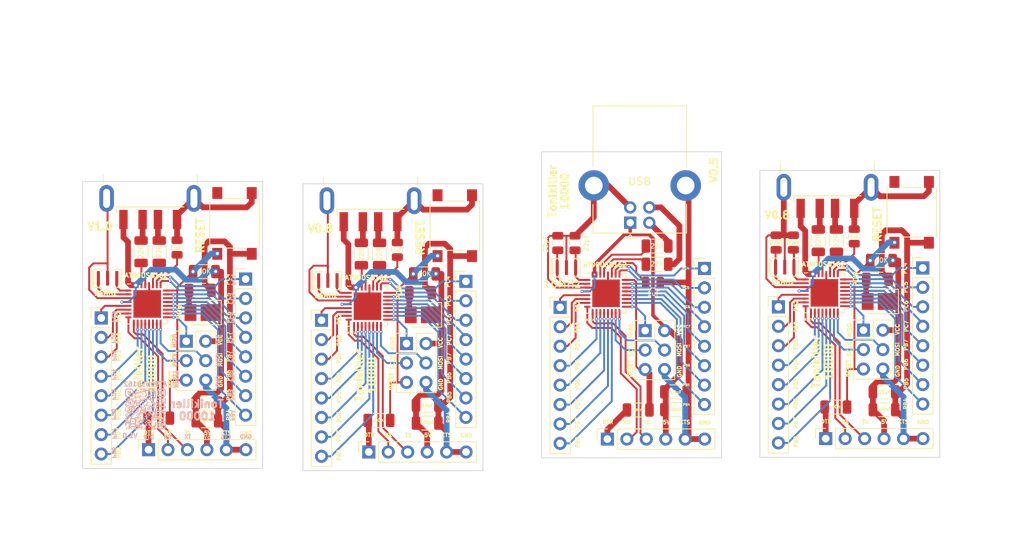
<source format=kicad_pcb>
(kicad_pcb (version 20211014) (generator pcbnew)
  (layers (0 "F.Cu" signal) (31 "B.Cu" signal) (34 "B.Paste" user) (35 "F.Paste" user) (36 "B.SilkS" user "B.Silkscreen") (37 "F.SilkS" user "F.Silkscreen") (38 "B.Mask" user) (39 "F.Mask" user) (44 "Edge.Cuts" user))
  (net 0 "")
  (footprint "Connector_PinHeader_2.54mm:PinHeader_1x08_P2.54mm_Vertical" (layer "F.Cu") (at 123.794 92.897)
    (fp_text reference "REF**" hide)
    (fp_text value "PinHeader_1x08_P2.54mm_Vertical")
  )
  (footprint "Resistor_SMD:R_1206_3216Metric" (layer "F.Cu") (at 157.5 84.18125 -90)
    (fp_text reference "22R")
    (fp_text value "R_1206_3216Metric")
  )
  (footprint "Button_Switch_SMD:SW_Push_1P1T_NO_6x6mm_H9.5mm" (layer "F.Cu") (at 169.7 80.475 90)
    (fp_text reference "RESET")
    (fp_text value "SW_Push_1P1T_NO_6x6mm_H9.5mm")
  )
  (footprint "Resistor_SMD:R_1206_3216Metric" (layer "F.Cu") (at 133.994 106.312)
    (fp_text reference "100nF")
    (fp_text value "R_1206_3216Metric")
  )
  (footprint "Connector_PinHeader_2.54mm:PinHeader_2x03_P2.54mm_Vertical" (layer "F.Cu") (at 163.4 95.875)
    (fp_text reference "REF**" hide)
    (fp_text value "PinHeader_2x03_P2.54mm_Vertical" hide)
  )
  (footprint "Package_DFN_QFN:QFN-32-1EP_5x5mm_P0.5mm_EP3.6x3.6mm" (layer "F.Cu") (at 129.794 91.062)
    (fp_text reference "AT90USB162")
    (fp_text value "QFN-32-1EP_5x5mm_P0.5mm_EP3.6x3.6mm")
  )
  (footprint "Button_Switch_SMD:SW_Push_1P1T_NO_6x6mm_H9.5mm" (layer "F.Cu") (at 81.28 81.925 90)
    (fp_text reference "RESET")
    (fp_text value "SW_Push_1P1T_NO_6x6mm_H9.5mm")
  )
  (footprint "Capacitor_SMD:C_0805_2012Metric" (layer "F.Cu") (at 152 84.425 90)
    (fp_text reference "22pF")
    (fp_text value "C_0805_2012Metric")
  )
  (footprint "Connector_USB:USB_A_CNCTech_1001-011-01101_Horizontal" (layer "F.Cu") (at 158.7 70.30625 90)
    (fp_text reference "USB_0" hide)
    (fp_text value "USB_A_CNCTech_1001-011-01101_Horizontal")
  )
  (footprint "Resistor_SMD:R_1206_3216Metric" (layer "F.Cu") (at 165.225 89.225 180)
    (fp_text reference "1K" hide)
    (fp_text value "R_1206_3216Metric")
  )
  (footprint "Capacitor_SMD:C_0805_2012Metric" (layer "F.Cu") (at 102.5415 85.3745 -90)
    (fp_text reference "1uF")
    (fp_text value "C_0805_2012Metric")
  )
  (footprint "Connector_PinHeader_2.54mm:PinHeader_1x08_P2.54mm_Vertical" (layer "F.Cu") (at 171.15 87.75)
    (fp_text reference "REF**" hide)
    (fp_text value "PinHeader_1x08_P2.54mm_Vertical")
  )
  (footprint "Capacitor_SMD:C_0805_2012Metric" (layer "F.Cu") (at 125.744 84.487 90)
    (fp_text reference "22pF")
    (fp_text value "C_0805_2012Metric")
  )
  (footprint "Connector_PinHeader_2.54mm:PinHeader_1x08_P2.54mm_Vertical" (layer "F.Cu") (at 82.73 89.2)
    (fp_text reference "REF**" hide)
    (fp_text value "PinHeader_1x08_P2.54mm_Vertical")
  )
  (footprint "Connector_PinHeader_2.54mm:PinHeader_2x03_P2.54mm_Vertical" (layer "F.Cu") (at 103.7415 97.6245)
    (fp_text reference "REF**" hide)
    (fp_text value "PinHeader_2x03_P2.54mm_Vertical" hide)
  )
  (footprint "Connector_PinHeader_2.54mm:PinHeader_1x08_P2.54mm_Vertical" (layer "F.Cu") (at 92.6415 94.5845)
    (fp_text reference "REF**" hide)
    (fp_text value "PinHeader_1x08_P2.54mm_Vertical")
  )
  (footprint "Capacitor_SMD:C_0805_2012Metric" (layer "F.Cu") (at 135.919 89.637 180)
    (fp_text reference "1uF")
    (fp_text value "C_0805_2012Metric")
  )
  (footprint "Crystal:Resonator_SMD_Murata_CSTxExxV-3Pin_3.0x1.1mm" (layer "F.Cu") (at 93.4665 89.3995)
    (fp_text reference "16MHz")
    (fp_text value "Resonator_SMD_Murata_CSTxExxV-3Pin_3.0x1.1mm")
  )
  (footprint "Connector_USB:USB_A_CNCTech_1001-011-01101_Horizontal" (layer "F.Cu") (at 70.28 71.75625 90)
    (fp_text reference "USB_0" hide)
    (fp_text value "USB_A_CNCTech_1001-011-01101_Horizontal")
  )
  (footprint "Crystal:Resonator_SMD_Murata_CSTxExxV-3Pin_3.0x1.1mm" (layer "F.Cu") (at 124.619 87.712)
    (fp_text reference "16MHz")
    (fp_text value "Resonator_SMD_Murata_CSTxExxV-3Pin_3.0x1.1mm")
  )
  (footprint "LED_SMD:LED_PLCC_2835_Handsoldering" (layer "F.Cu") (at 165.475 92.125 180)
    (fp_text reference "REF**" hide)
    (fp_text value "LED_PLCC_2835_Handsoldering")
  )
  (footprint "Resistor_SMD:R_1206_3216Metric" (layer "F.Cu") (at 138.869 106.262)
    (fp_text reference "100nF")
    (fp_text value "R_1206_3216Metric")
  )
  (footprint "Resistor_SMD:R_1206_3216Metric" (layer "F.Cu") (at 77.33 88.225 180)
    (fp_text reference "10K")
    (fp_text value "R_1206_3216Metric")
  )
  (footprint "Resistor_SMD:R_1206_3216Metric" (layer "F.Cu") (at 100.2165 85.93075 -90)
    (fp_text reference "22R")
    (fp_text value "R_1206_3216Metric")
  )
  (footprint "Resistor_SMD:R_1206_3216Metric" (layer "F.Cu") (at 165.75 86.775 180)
    (fp_text reference "10K")
    (fp_text value "R_1206_3216Metric")
  )
  (footprint "Button_Switch_SMD:SW_Push_1P1T_NO_6x6mm_H9.5mm" (layer "F.Cu") (at 110.0415 82.2245 90)
    (fp_text reference "RESET")
    (fp_text value "SW_Push_1P1T_NO_6x6mm_H9.5mm")
  )
  (footprint "Resistor_SMD:R_1206_3216Metric" (layer "F.Cu") (at 69.08 85.63125 -90)
    (fp_text reference "22R")
    (fp_text value "R_1206_3216Metric")
  )
  (footprint "Resistor_SMD:R_1206_3216Metric" (layer "F.Cu") (at 136.4565 87.262 180)
    (fp_text reference "22R")
    (fp_text value "R_1206_3216Metric")
  )
  (footprint "Connector_PinSocket_2.54mm:PinSocket_1x06_P2.54mm_Vertical" (layer "F.Cu") (at 98.8165 111.7995 90)
    (fp_text reference "REF**" hide)
    (fp_text value "PinSocket_1x06_P2.54mm_Vertical")
  )
  (footprint "Resistor_SMD:R_1206_3216Metric" (layer "F.Cu") (at 97.8415 85.93075 -90)
    (fp_text reference "22R")
    (fp_text value "R_1206_3216Metric")
  )
  (footprint "Resistor_SMD:R_1206_3216Metric" (layer "F.Cu") (at 76.805 90.675 180)
    (fp_text reference "1K" hide)
    (fp_text value "R_1206_3216Metric")
  )
  (footprint "Resistor_SMD:R_1206_3216Metric" (layer "F.Cu") (at 106.4415 105.6995)
    (fp_text reference "10uF")
    (fp_text value "R_1206_3216Metric")
  )
  (footprint "Resistor_SMD:R_1206_3216Metric" (layer "F.Cu") (at 159.8 105.925)
    (fp_text reference "100nF")
    (fp_text value "R_1206_3216Metric")
  )
  (footprint "Resistor_SMD:R_1206_3216Metric" (layer "F.Cu") (at 159.875 84.18125 -90)
    (fp_text reference "22R")
    (fp_text value "R_1206_3216Metric")
  )
  (footprint "Connector_PinHeader_2.54mm:PinHeader_2x03_P2.54mm_Vertical" (layer "F.Cu") (at 134.894 95.937)
    (fp_text reference "REF**" hide)
    (fp_text value "PinHeader_2x03_P2.54mm_Vertical" hide)
  )
  (footprint "Connector_PinHeader_2.54mm:PinHeader_2x03_P2.54mm_Vertical" (layer "F.Cu") (at 74.98 97.325)
    (fp_text reference "REF**" hide)
    (fp_text value "PinHeader_2x03_P2.54mm_Vertical" hide)
  )
  (footprint "Connector_PinHeader_2.54mm:PinHeader_1x08_P2.54mm_Vertical" (layer "F.Cu") (at 63.88 94.285)
    (fp_text reference "REF**" hide)
    (fp_text value "PinHeader_1x08_P2.54mm_Vertical")
  )
  (footprint "LED_SMD:LED_PLCC_2835_Handsoldering" (layer "F.Cu") (at 77.055 93.575 180)
    (fp_text reference "REF**" hide)
    (fp_text value "LED_PLCC_2835_Handsoldering")
  )
  (footprint "Connector_USB:USB_B_Lumberg_2411_02_Horizontal" (layer "F.Cu") (at 132.944 81.837 90)
    (fp_text reference "USB")
    (fp_text value "USB_B_Lumberg_2411_02_Horizontal")
  )
  (footprint "Package_DFN_QFN:QFN-32-1EP_5x5mm_P0.5mm_EP3.6x3.6mm" (layer "F.Cu") (at 158.3 91)
    (fp_text reference "AT90USB162")
    (fp_text value "QFN-32-1EP_5x5mm_P0.5mm_EP3.6x3.6mm")
  )
  (footprint "Resistor_SMD:R_1206_3216Metric" (layer "F.Cu") (at 166.1 106.275)
    (fp_text reference "100nF")
    (fp_text value "R_1206_3216Metric")
  )
  (footprint "Capacitor_SMD:C_0805_2012Metric" (layer "F.Cu") (at 154.25 84.425 90)
    (fp_text reference "22pF")
    (fp_text value "C_0805_2012Metric")
  )
  (footprint "Resistor_SMD:R_1206_3216Metric" (layer "F.Cu") (at 77.68 107.725)
    (fp_text reference "100nF")
    (fp_text value "R_1206_3216Metric")
  )
  (footprint "Resistor_SMD:R_1206_3216Metric" (layer "F.Cu") (at 77.68 105.4)
    (fp_text reference "10uF")
    (fp_text value "R_1206_3216Metric")
  )
  (footprint "Resistor_SMD:R_1206_3216Metric" (layer "F.Cu") (at 136.4565 84.887 180)
    (fp_text reference "22R")
    (fp_text value "R_1206_3216Metric")
  )
  (footprint "Connector_PinSocket_2.54mm:PinSocket_1x06_P2.54mm_Vertical" (layer "F.Cu") (at 158.475 110.05 90)
    (fp_text reference "REF**" hide)
    (fp_text value "PinSocket_1x06_P2.54mm_Vertical")
  )
  (footprint "Connector_PinHeader_2.54mm:PinHeader_1x08_P2.54mm_Vertical" (layer "F.Cu") (at 111.4915 89.4995)
    (fp_text reference "REF**" hide)
    (fp_text value "PinHeader_1x08_P2.54mm_Vertical")
  )
  (footprint "Capacitor_SMD:C_0805_2012Metric" (layer "F.Cu") (at 123.494 84.487 90)
    (fp_text reference "22pF")
    (fp_text value "C_0805_2012Metric")
  )
  (footprint "Resistor_SMD:R_1206_3216Metric" (layer "F.Cu") (at 71.38 107.375)
    (fp_text reference "100nF")
    (fp_text value "R_1206_3216Metric")
  )
  (footprint "Resistor_SMD:R_1206_3216Metric" (layer "F.Cu") (at 166.1 103.95)
    (fp_text reference "10uF")
    (fp_text value "R_1206_3216Metric")
  )
  (footprint "Connector_PinHeader_2.54mm:PinHeader_1x08_P2.54mm_Vertical" (layer "F.Cu") (at 152.3 92.835)
    (fp_text reference "REF**" hide)
    (fp_text value "PinHeader_1x08_P2.54mm_Vertical")
  )
  (footprint "Resistor_SMD:R_1206_3216Metric" (layer "F.Cu") (at 100.1415 107.6745)
    (fp_text reference "100nF")
    (fp_text value "R_1206_3216Metric")
  )
  (footprint "Resistor_SMD:R_1206_3216Metric" (layer "F.Cu") (at 106.0915 88.5245 180)
    (fp_text reference "10K")
    (fp_text value "R_1206_3216Metric")
  )
  (footprint "Crystal:Resonator_SMD_Murata_CSTxExxV-3Pin_3.0x1.1mm" (layer "F.Cu") (at 153.125 87.65)
    (fp_text reference "16MHz")
    (fp_text value "Resonator_SMD_Murata_CSTxExxV-3Pin_3.0x1.1mm")
  )
  (footprint "Resistor_SMD:R_1206_3216Metric" (layer "F.Cu") (at 105.5665 90.9745 180)
    (fp_text reference "1K" hide)
    (fp_text value "R_1206_3216Metric")
  )
  (footprint "Resistor_SMD:R_1206_3216Metric" (layer "F.Cu") (at 106.4415 108.0245)
    (fp_text reference "100nF")
    (fp_text value "R_1206_3216Metric")
  )
  (footprint "Crystal:Resonator_SMD_Murata_CSTxExxV-3Pin_3.0x1.1mm" (layer "F.Cu") (at 64.705 89.1)
    (fp_text reference "16MHz")
    (fp_text value "Resonator_SMD_Murata_CSTxExxV-3Pin_3.0x1.1mm")
  )
  (footprint "Resistor_SMD:R_1206_3216Metric" (layer "F.Cu") (at 71.455 85.63125 -90)
    (fp_text reference "22R")
    (fp_text value "R_1206_3216Metric")
  )
  (footprint "Connector_USB:USB_A_CNCTech_1001-011-01101_Horizontal" (layer "F.Cu") (at 99.0415 72.05575 90)
    (fp_text reference "USB_0" hide)
    (fp_text value "USB_A_CNCTech_1001-011-01101_Horizontal")
  )
  (footprint "Resistor_SMD:R_1206_3216Metric" (layer "F.Cu") (at 138.869 103.937)
    (fp_text reference "10uF")
    (fp_text value "R_1206_3216Metric")
  )
  (footprint "Capacitor_SMD:C_0805_2012Metric" (layer "F.Cu") (at 162.2 83.625 -90)
    (fp_text reference "1uF")
    (fp_text value "C_0805_2012Metric")
  )
  (footprint "LED_SMD:LED_PLCC_2835_Handsoldering" (layer "F.Cu") (at 105.8165 93.8745 180)
    (fp_text reference "REF**" hide)
    (fp_text value "LED_PLCC_2835_Handsoldering")
  )
  (footprint "Package_DFN_QFN:QFN-32-1EP_5x5mm_P0.5mm_EP3.6x3.6mm" (layer "F.Cu") (at 98.6415 92.7495)
    (fp_text reference "AT90USB162")
    (fp_text value "QFN-32-1EP_5x5mm_P0.5mm_EP3.6x3.6mm")
  )
  (footprint "Capacitor_SMD:C_0805_2012Metric" (layer "F.Cu") (at 73.78 85.075 -90)
    (fp_text reference "1uF")
    (fp_text value "C_0805_2012Metric")
  )
  (footprint "Package_DFN_QFN:QFN-32-1EP_5x5mm_P0.5mm_EP3.6x3.6mm" (layer "F.Cu") (at 69.88 92.45)
    (fp_text reference "AT90USB162")
    (fp_text value "QFN-32-1EP_5x5mm_P0.5mm_EP3.6x3.6mm")
  )
  (footprint "Connector_PinSocket_2.54mm:PinSocket_1x06_P2.54mm_Vertical" (layer "F.Cu") (at 70.055 111.5 90)
    (fp_text reference "REF**" hide)
    (fp_text value "PinSocket_1x06_P2.54mm_Vertical")
  )
  (footprint "Connector_PinSocket_2.54mm:PinSocket_1x06_P2.54mm_Vertical" (layer "F.Cu") (at 129.969 110.112 90)
    (fp_text reference "REF**" hide)
    (fp_text value "PinSocket_1x06_P2.54mm_Vertical")
  )
  (footprint "Connector_PinHeader_2.54mm:PinHeader_1x08_P2.54mm_Vertical" (layer "F.Cu") (at 142.644 87.812)
    (fp_text reference "REF**" hide)
    (fp_text value "PinHeader_1x08_P2.54mm_Vertical")
  )
  (footprint "LOGO" (layer "B.Cu") (at 69.65 106.175 180)
    (fp_text reference "G***" hide)
    (fp_text value "LOGO" hide)
  )
  (gr_rect (start 149.875 112.5) (end 173.375 75) (layer "Edge.Cuts") (width 0.1) (fill none))
  (gr_rect (start 61.455 113.95) (end 84.955 76.45) (layer "Edge.Cuts") (width 0.1) (fill none))
  (gr_rect (start 121.369 112.562) (end 144.869 72.562) (layer "Edge.Cuts") (width 0.1) (fill none))
  (gr_rect (start 90.2165 114.2495) (end 113.7165 76.7495) (layer "Edge.Cuts") (width 0.1) (fill none))
  (gr_text "PD5\n" (at 65.53 104.3 -90) (layer "B.SilkS") (effects (font (size 0.5 0.5) (thickness 0.125)) (justify mirror)))
  (gr_text "PC7" (at 80.905 96.875 -90) (layer "B.SilkS") (effects (font (size 0.5 0.5) (thickness 0.125)) (justify mirror)))
  (gr_text "PB6" (at 80.955 101.85 -90) (layer "B.SilkS") (effects (font (size 0.5 0.5) (thickness 0.125)) (justify mirror)))
  (gr_text "PD7\n" (at 65.555 109.375 -90) (layer "B.SilkS") (effects (font (size 0.5 0.5) (thickness 0.125)) (justify mirror)))
  (gr_text "AT90USB162" (at 69.63 102.925) (layer "B.SilkS") (effects (font (size 0.6 0.6)) (justify mirror)))
  (gr_text "~{RESET}" (at 73.505 102.275 270) (layer "B.SilkS") (effects (font (size 0.5 0.5) (thickness 0.125)) (justify mirror)))
  (gr_text "PB0\n" (at 65.53 111.9 -90) (layer "B.SilkS") (effects (font (size 0.5 0.5) (thickness 0.125)) (justify mirror)))
  (gr_text "PD4" (at 65.53 101.7 -90) (layer "B.SilkS") (effects (font (size 0.5 0.5) (thickness 0.125)) (justify mirror)))
  (gr_text "PB5" (at 80.93 104.375 -90) (layer "B.SilkS") (effects (font (size 0.5 0.5) (thickness 0.125)) (justify mirror)))
  (gr_text "PC6" (at 80.93 94.25 -90) (layer "B.SilkS") (effects (font (size 0.5 0.5) (thickness 0.125)) (justify mirror)))
  (gr_text "Tonikiller\n10000" (at 76.405 106.325) (layer "B.SilkS") (effects (font (size 1 1) (thickness 0.25)) (justify mirror)))
  (gr_text "RX" (at 72.555 109.85) (layer "B.SilkS") (effects (font (size 0.5 0.5) (thickness 0.125)) (justify mirror)))
  (gr_text "PC5" (at 80.98 91.775 -90) (layer "B.SilkS") (effects (font (size 0.5 0.5) (thickness 0.125)) (justify mirror)))
  (gr_text "GND" (at 82.755 109.8) (layer "B.SilkS") (effects (font (size 0.5 0.5) (thickness 0.125)) (justify mirror)))
  (gr_text "PB4" (at 80.98 107 -90) (layer "B.SilkS") (effects (font (size 0.5 0.5) (thickness 0.125)) (justify mirror)))
  (gr_text "MOSI" (at 79.13 99.725 270) (layer "B.SilkS") (effects (font (size 0.5 0.5) (thickness 0.125)) (justify mirror)))
  (gr_text "PD6\n" (at 65.53 106.875 -90) (layer "B.SilkS") (effects (font (size 0.5 0.5) (thickness 0.125)) (justify mirror)))
  (gr_text "PB7" (at 80.955 99.325 -90) (layer "B.SilkS") (effects (font (size 0.5 0.5) (thickness 0.125)) (justify mirror)))
  (gr_text "PC2" (at 65.53 94.125 -90) (layer "B.SilkS") (effects (font (size 0.5 0.5) (thickness 0.125)) (justify mirror)))
  (gr_text "PD1\n" (at 65.555 99.175 -90) (layer "B.SilkS") (effects (font (size 0.5 0.5) (thickness 0.125)) (justify mirror)))
  (gr_text "V1.0" (at 67.63 109.675) (layer "B.SilkS") (effects (font (size 0.6 0.6)) (justify mirror)))
  (gr_text "MISO" (at 73.43 97.275 270) (layer "B.SilkS") (effects (font (size 0.5 0.5) (thickness 0.125)) (justify mirror)))
  (gr_text "TX" (at 75.18 109.825) (layer "B.SilkS") (effects (font (size 0.5 0.5) (thickness 0.125)) (justify mirror)))
  (gr_text "GND" (at 79.105 102.575 270) (layer "B.SilkS") (effects (font (size 0.5 0.5) (thickness 0.125)) (justify mirror)))
  (gr_text "PC4" (at 81.08 89.3 -90) (layer "B.SilkS") (effects (font (size 0.5 0.5) (thickness 0.125)) (justify mirror)))
  (gr_text "DTR" (at 70.08 109.875) (layer "B.SilkS") (effects (font (size 0.5 0.5) (thickness 0.125)) (justify mirror)))
  (gr_text "CTS" (at 80.155 109.85) (layer "B.SilkS") (effects (font (size 0.5 0.5) (thickness 0.125)) (justify mirror)))
  (gr_text "5V" (at 77.73 109.85) (layer "B.SilkS") (effects (font (size 0.5 0.5) (thickness 0.125)) (justify mirror)))
  (gr_text "VCC" (at 79.13 97.125 270) (layer "B.SilkS") (effects (font (size 0.5 0.5) (thickness 0.125)) (justify mirror)))
  (gr_text "PD0\n" (at 65.53 96.9 -90) (layer "B.SilkS") (effects (font (size 0.5 0.5) (thickness 0.125)) (justify mirror)))
  (gr_text "SCLK" (at 73.455 99.75 270) (layer "B.SilkS") (effects (font (size 0.5 0.5) (thickness 0.125)) (justify mirror)))
  (gr_text "PC6" (at 168.975 92.75 90) (layer "F.SilkS") (effects (font (size 0.5 0.5) (thickness 0.125))))
  (gr_text "Tonikiller\n10000" (at 69.63 101.465 90) (layer "F.SilkS") (effects (font (size 1 1) (thickness 0.25))))
  (gr_text "CTS" (at 80.18 109.3) (layer "F.SilkS") (effects (font (size 0.5 0.5) (thickness 0.125))))
  (gr_text "POW" (at 102.7665 90.9495 90) (layer "F.SilkS") (effects (font (size 0.6 0.6))))
  (gr_text "PB0\n" (at 154.6 110.475 90) (layer "F.SilkS") (effects (font (size 0.5 0.5) (thickness 0.125))))
  (gr_text "MOSI" (at 167.85 98.375 90) (layer "F.SilkS") (effects (font (size 0.5 0.5) (thickness 0.125))))
  (gr_text "5V" (at 137.669 107.912) (layer "F.SilkS") (effects (font (size 0.5 0.5) (thickness 0.125))))
  (gr_text "V1.0" (at 63.73 82.29) (layer "F.SilkS") (effects (font (size 1 1) (thickness 0.25))))
  (gr_text "TX" (at 135.119 107.937) (layer "F.SilkS") (effects (font (size 0.5 0.5) (thickness 0.125))))
  (gr_text "PC2" (at 126.094 92.762 90) (layer "F.SilkS") (effects (font (size 0.5 0.5) (thickness 0.125))))
  (gr_text "PB0\n" (at 94.9415 112.2245 90) (layer "F.SilkS") (effects (font (size 0.5 0.5) (thickness 0.125))))
  (gr_text "5V" (at 106.5165 109.5995) (layer "F.SilkS") (effects (font (size 0.5 0.5) (thickness 0.125))))
  (gr_text "PD7\n" (at 94.9165 109.6995 90) (layer "F.SilkS") (effects (font (size 0.5 0.5) (thickness 0.125))))
  (gr_text "PC7" (at 109.3415 97.1245 90) (layer "F.SilkS") (effects (font (size 0.5 0.5) (thickness 0.125))))
  (gr_text "5V" (at 77.755 109.3) (layer "F.SilkS") (effects (font (size 0.5 0.5) (thickness 0.125))))
  (gr_text "V0.8" (at 152.15 80.84) (layer "F.SilkS") (effects (font (size 1 1) (thickness 0.25))))
  (gr_text "PD7\n" (at 154.575 107.95 90) (layer "F.SilkS") (effects (font (size 0.5 0.5) (thickness 0.125))))
  (gr_text "PB6" (at 140.319 100.487) (layer "F.SilkS") (effects (font (size 0.3 0.3) (thickness 0.075))))
  (gr_text "GND" (at 142.694 107.962) (layer "F.SilkS") (effects (font (size 0.5 0.5) (thickness 0.125))))
  (gr_text "PC2" (at 94.9415 94.4495 90) (layer "F.SilkS") (effects (font (size 0.5 0.5) (thickness 0.125))))
  (gr_text "PD4" (at 126.094 100.337 90) (layer "F.SilkS") (effects (font (size 0.5 0.5) (thickness 0.125))))
  (gr_text "CTS" (at 108.9415 109.5995) (layer "F.SilkS") (effects (font (size 0.5 0.5) (thickness 0.125))))
  (gr_text "MOSI" (at 108.1915 100.1245 90) (layer "F.SilkS") (effects (font (size 0.5 0.5) (thickness 0.125))))
  (gr_text "MISO" (at 133.094 95.937 90) (layer "F.SilkS") (effects (font (size 0.5 0.5) (thickness 0.125))))
  (gr_text "SCLK" (at 101.9165 100.0995 90) (layer "F.SilkS") (effects (font (size 0.5 0.5) (thickness 0.125))))
  (gr_text "TX" (at 96.0415 96.2245) (layer "F.SilkS") (effects (font (size 0.3 0.3) (thickness 0.075))))
  (gr_text "RX" (at 132.494 107.912) (layer "F.SilkS") (effects (font (size 0.5 0.5) (thickness 0.125))))
  (gr_text "PB4" (at 80.505 106.95 90) (layer "F.SilkS") (effects (font (size 0.5 0.5) (thickness 0.125))))
  (gr_text "PD0\n" (at 94.9415 97.2245 90) (layer "F.SilkS") (effects (font (size 0.5 0.5) (thickness 0.125))))
  (gr_text "PC5" (at 140.219 90.337) (layer "F.SilkS") (effects (font (size 0.3 0.3) (thickness 0.075))))
  (gr_text "RX" (at 96.8165 96.2245) (layer "F.SilkS") (effects (font (size 0.3 0.3) (thickness 0.075))))
  (gr_text "MISO" (at 161.6 95.875 90) (layer "F.SilkS") (effects (font (size 0.5 0.5) (thickness 0.125))))
  (gr_text "PD0\n" (at 154.6 95.475 90) (layer "F.SilkS") (effects (font (size 0.5 0.5) (thickness 0.125))))
  (gr_text "PD1\n" (at 66.155 99.2 90) (layer "F.SilkS") (effects (font (size 0.5 0.5) (thickness 0.125))))
  (gr_text "PD4" (at 66.18 101.725 90) (layer "F.SilkS") (effects (font (size 0.5 0.5) (thickness 0.125))))
  (gr_text "PD6\n" (at 126.094 105.512 90) (layer "F.SilkS") (effects (font (size 0.5 0.5) (thickness 0.125))))
  (gr_text "V0.8" (at 92.4915 82.5895) (layer "F.SilkS") (effects (font (size 1 1) (thickness 0.25))))
  (gr_text "MISO" (at 73.18 97.325 90) (layer "F.SilkS") (effects (font (size 0.5 0.5) (thickness 0.125))))
  (gr_text "PC4" (at 168.825 87.8 90) (layer "F.SilkS") (effects (font (size 0.5 0.5) (thickness 0.125))))
  (gr_text "5V" (at 166.175 107.85) (layer "F.SilkS") (effects (font (size 0.5 0.5) (thickness 0.125))))
  (gr_text "TX" (at 103.9665 109.6245) (layer "F.SilkS") (effects (font (size 0.5 0.5) (thickness 0.125))))
  (gr_text "PC6" (at 140.319 92.812) (layer "F.SilkS") (effects (font (size 0.3 0.3) (thickness 0.075))))
  (gr_text "PC5" (at 109.2665 92.0245 90) (layer "F.SilkS") (effects (font (size 0.5 0.5) (thickness 0.125))))
  (gr_text "GND" (at 171.2 107.9) (layer "F.SilkS") (effects (font (size 0.5 0.5) (thickness 0.125))))
  (gr_text "Tonikiller\n10000" (at 158.05 100.015 90) (layer "F.SilkS") (effects (font (size 1 1) (thickness 0.25))))
  (gr_text "RX" (at 156.475 94.475) (layer "F.SilkS") (effects (font (size 0.3 0.3) (thickness 0.075))))
  (gr_text "PB4" (at 109.2665 107.2495 90) (layer "F.SilkS") (effects (font (size 0.5 0.5) (thickness 0.125))))
  (gr_text "RX" (at 127.969 94.537) (layer "F.SilkS") (effects (font (size 0.3 0.3) (thickness 0.075))))
  (gr_text "VCC" (at 139.344 95.837 90) (layer "F.SilkS") (effects (font (size 0.5 0.5) (thickness 0.125))))
  (gr_text "PD4" (at 154.6 100.275 90) (layer "F.SilkS") (effects (font (size 0.5 0.5) (thickness 0.125))))
  (gr_text "PD1\n" (at 94.9165 99.4995 90) (layer "F.SilkS") (effects (font (size 0.5 0.5) (thickness 0.125))))
  (gr_text "TX" (at 163.625 107.875) (layer "F.SilkS") (effects (font (size 0.5 0.5) (thickness 0.125))))
  (gr_text "GND" (at 82.78 109.35) (layer "F.SilkS") (effects (font (size 0.5 0.5) (thickness 0.125))))
  (gr_text "POW" (at 162.425 89.2 90) (layer "F.SilkS") (effects (font (size 0.6 0.6))))
  (gr_text "PD5\n" (at 66.18 104.325 90) (layer "F.SilkS") (effects (font (size 0.5 0.5) (thickness 0.125))))
  (gr_text "PD4" (at 94.9415 102.0245 90) (layer "F.SilkS") (effects (font (size 0.5 0.5) (thickness 0.125))))
  (gr_text "CTS" (at 168.6 107.85) (layer "F.SilkS") (effects (font (size 0.5 0.5) (thickness 0.125))))
  (gr_text "TX" (at 75.205 109.325) (layer "F.SilkS") (effects (font (size 0.5 0.5) (thickness 0.125))))
  (gr_text "~{RESET}" (at 133.019 100.937 90) (layer "F.SilkS") (effects (font (size 0.5 0.5) (thickness 0.125))))
  (gr_text "SCLK" (at 133.069 98.412 90) (layer "F.SilkS") (effects (font (size 0.5 0.5) (thickness 0.125))))
  (gr_text "PD5\n" (at 94.9415 104.6245 90) (layer "F.SilkS") (effects (font (size 0.5 0.5) (thickness 0.125))))
  (gr_text "PB7" (at 109.2915 99.5745 90) (layer "F.SilkS") (effects (font (size 0.5 0.5) (thickness 0.125))))
  (gr_text "Tonikiller\n10000" (at 98.3915 101.7645 90) (layer "F.SilkS") (effects (font (size 1 1) (thickness 0.25))))
  (gr_text "PC7" (at 169 95.375 90) (layer "F.SilkS") (effects (font (size 0.5 0.5) (thickness 0.125))))
  (gr_text "PD6\n" (at 94.9415 107.1995 90) (layer "F.SilkS") (effects (font (size 0.5 0.5) (thickness 0.125))))
  (gr_text "PD5\n" (at 126.094 102.937 90) (layer "F.SilkS") (effects (font (size 0.5 0.5) (thickness 0.125))))
  (gr_text "GND" (at 167.875 101.225 90) (layer "F.SilkS") (effects (font (size 0.5 0.5) (thickness 0.125))))
  (gr_text "PD6\n" (at 66.18 106.9 90) (layer "F.SilkS") (effects (font (size 0.5 0.5) (thickness 0.125))))
  (gr_text "DTR" (at 158.525 107.825) (layer "F.SilkS") (effects (font (size 0.5 0.5) (thickness 0.125))))
  (gr_text "PD1\n" (at 154.575 97.75 90) (layer "F.SilkS") (effects (font (size 0.5 0.5) (thickness 0.125))))
  (gr_text "PC4" (at 140.194 87.787) (layer "F.SilkS") (effects (font (size 0.3 0.3) (thickness 0.075))))
  (gr_text "PC7" (at 140.344 95.412) (layer "F.SilkS") (effects (font (size 0.3 0.3) (thickness 0.075))))
  (gr_text "PC4" (at 109.1665 89.5495 90) (layer "F.SilkS") (effects (font (size 0.5 0.5) (thickness 0.125))))
  (gr_text "PD7\n" (at 66.155 109.4 90) (layer "F.SilkS") (effects (font (size 0.5 0.5) (thickness 0.125))))
  (gr_text "RX" (at 161 107.85) (layer "F.SilkS") (effects (font (size 0.5 0.5) (thickness 0.125))))
  (gr_text "PD7\n" (at 126.069 108.012 90) (layer "F.SilkS") (effects (font (size 0.5 0.5) (thickness 0.125))))
  (gr_text "~{RESET}" (at 73.105 102.325 90) (layer "F.SilkS") (effects (font (size 0.5 0.5) (thickness 0.125))))
  (gr_text "PC2" (at 154.6 92.7 90) (layer "F.SilkS") (effects (font (size 0.5 0.5) (thickness 0.125))))
  (gr_text "PB5" (at 109.3165 104.6245 90) (layer "F.SilkS") (effects (font (size 0.5 0.5) (thickness 0.125))))
  (gr_text "PB5" (at 168.975 102.875 90) (layer "F.SilkS") (effects (font (size 0.5 0.5) (thickness 0.125))))
  (gr_text "PB4" (at 168.925 105.5 90) (layer "F.SilkS") (effects (font (size 0.5 0.5) (thickness 0.125))))
  (gr_text "RX" (at 101.3415 109.5995) (layer "F.SilkS") (effects (font (size 0.5 0.5) (thickness 0.125))))
  (gr_text "PC5" (at 80.505 91.725 90) (layer "F.SilkS") (effects (font (size 0.5 0.5) (thickness 0.125))))
  (gr_text "PB5" (at 80.555 104.325 90) (layer "F.SilkS") (effects (font (size 0.5 0.5) (thickness 0.125))))
  (gr_text "RX" (at 72.58 109.3) (layer "F.SilkS") (effects (font (size 0.5 0.5) (thickness 0.125))))
  (gr_text "PC6" (at 80.555 94.2 90) (layer "F.SilkS") (effects (font (size 0.5 0.5) (thickness 0.125))))
  (gr_text "PC6" (at 109.3165 94.4995 90) (layer "F.SilkS") (effects (font (size 0.5 0.5) (thickness 0.125))))
  (gr_text "PB4" (at 140.294 105.612) (layer "F.SilkS") (effects (font (size 0.3 0.3) (thickness 0.075))))
  (gr_text "PB6" (at 109.2915 102.0995 90) (layer "F.SilkS") (effects (font (size 0.5 0.5) (thickness 0.125))))
  (gr_text "PD0\n" (at 66.18 96.925 90) (layer "F.SilkS") (effects (font (size 0.5 0.5) (thickness 0.125))))
  (gr_text "GND" (at 139.369 101.287 90) (layer "F.SilkS") (effects (font (size 0.5 0.5) (thickness 0.125))))
  (gr_text "GND" (at 108.2165 102.9745 90) (layer "F.SilkS") (effects (font (size 0.5 0.5) (thickness 0.125))))
  (gr_text "V0.5" (at 143.894 74.962 90) (layer "F.SilkS") (effects (font (size 1 1) (thickness 0.25))))
  (gr_text "GND" (at 111.5415 109.6495) (layer "F.SilkS") (effects (font (size 0.5 0.5) (thickness 0.125))))
  (gr_text "DTR" (at 98.8665 109.5745) (layer "F.SilkS") (effects (font (size 0.5 0.5) (thickness 0.125))))
  (gr_text "MISO" (at 101.9415 97.6245 90) (layer "F.SilkS") (effects (font (size 0.5 0.5) (thickness 0.125))))
  (gr_text "VCC" (at 167.85 95.775 90) (layer "F.SilkS") (effects (font (size 0.5 0.5) (thickness 0.125))))
  (gr_text "MOSI" (at 79.43 99.75 90) (layer "F.SilkS") (effects (font (size 0.5 0.5) (thickness 0.125))))
  (gr_text "PB7" (at 80.53 99.275 90) (layer "F.SilkS") (effects (font (size 0.5 0.5) (thickness 0.125))))
  (gr_text "~{RESET}" (at 161.525 100.875 90) (layer "F.SilkS") (effects (font (size 0.5 0.5) (thickness 0.125))))
  (gr_text "PD5\n" (at 154.6 102.875 90) (layer "F.SilkS") (effects (font (size 0.5 0.5) (thickness 0.125))))
  (gr_text "SCLK" (at 161.575 98.35 90) (layer "F.SilkS") (effects (font (size 0.5 0.5) (thickness 0.125))))
  (gr_text "VCC" (at 79.43 97.15 90) (layer "F.SilkS") (effects (font (size 0.5 0.5) (thickness 0.125))))
  (gr_text "PD6\n" (at 154.6 105.45 90) (layer "F.SilkS") (effects (font (size 0.5 0.5) (thickness 0.125))))
  (gr_text "PC5" (at 168.925 90.275 90) (layer "F.SilkS") (effects (font (size 0.5 0.5) (thickness 0.125))))
  (gr_text "DTR" (at 130.019 107.887) (layer "F.SilkS") (effects (font (size 0.5 0.5) (thickness 0.125))))
  (gr_text "PC7" (at 80.58 96.825 90) (layer "F.SilkS") (effects (font (size 0.5 0.5) (thickness 0.125))))
  (gr_text "PC4" (at 80.405 89.25 90) (layer "F.SilkS") (effects (font (size 0.5 0.5) (thickness 0.125))))
  (gr_text "POW" (at 74.08 93.475 90) (layer "F.SilkS") (effects (font (size 0.6 0.6))))
  (gr_text "TX" (at 127.194 94.537) (layer "F.SilkS") (effects (font (size 0.3 0.3) (thickness 0.075))))
  (gr_text "~{RESET}" (at 101.8665 102.6245 90) (layer "F.SilkS") (effects (font (size 0.5 0.5) (thickness 0.125))))
  (gr_text "PB7" (at 168.95 97.825 90) (layer "F.SilkS") (effects (font (size 0.5 0.5) (thickness 0.125))))
  (gr_text "TX" (at 155.7 94.475) (layer "F.SilkS") (effects (font (size 0.3 0.3) (thickness 0.075))))
  (gr_text "PD0\n" (at 126.094 95.537 90) (layer "F.SilkS") (effects (font (size 0.5 0.5) (thickness 0.125))))
  (gr_text "PB0\n" (at 126.094 110.537 90) (layer "F.SilkS") (effects (font (size 0.5 0.5) (thickness 0.125))))
  (gr_text "DTR" (at 70.105 109.275) (layer "F.SilkS") (effects (font (size 0.5 0.5) (thickness 0.125))))
  (gr_text "MOSI" (at 139.344 98.437 90) (layer "F.SilkS") (effects (font (size 0.5 0.5) (thickness 0.125))))
  (gr_text "VCC" (at 108.1915 97.5245 90) (layer "F.SilkS") (effects (font (size 0.5 0.5) (thickness 0.125))))
  (gr_text "Tonikiller\n10000" (at 123.619 77.712 90) (layer "F.SilkS") (effects (font (size 1 1) (thickness 0.25))))
  (gr_text "CTS" (at 140.094 107.912) (layer "F.SilkS") (effects (font (size 0.5 0.5) (thickness 0.125))))
  (gr_text "PC2" (at 66.18 94.15 90) (layer "F.SilkS") (effects (font (size 0.5 0.5) (thickness 0.125))))
  (gr_text "GND" (at 79.455 102.6 90) (layer "F.SilkS") (effects (font (size 0.5 0.5) (thickness 0.125))))
  (gr_text "PB6" (at 80.53 101.8 90) (layer "F.SilkS") (effects (font (size 0.5 0.5) (thickness 0.125))))
  (gr_text "SCLK" (at 73.155 99.8 90) (layer "F.SilkS") (effects (font (size 0.5 0.5) (thickness 0.125))))
  (gr_text "PB6" (at 168.95 100.35 90) (layer "F.SilkS") (effects (font (size 0.5 0.5) (thickness 0.125))))
  (gr_text "PD1\n" (at 126.069 97.812 90) (layer "F.SilkS") (effects (font (size 0.5 0.5) (thickness 0.125))))
  (gr_text "PB7" (at 140.319 97.987) (layer "F.SilkS") (effects (font (size 0.3 0.3) (thickness 0.075))))
  (gr_text "PB5" (at 140.269 103.037) (layer "F.SilkS") (effects (font (size 0.3 0.3) (thickness 0.075))))
  (gr_text "PB0\n" (at 66.18 111.925 90) (layer "F.SilkS") (effects (font (size 0.5 0.5) (thickness 0.125))))
  (segment (start 96.8915 96.3995) (end 96.8915 95.1995) (width 0.25) (layer "F.Cu") (net 0))
  (segment (start 151 83.475) (end 152 83.475) (width 0.25) (layer "F.Cu") (net 0))
  (segment (start 72.33 93.2) (end 73.307112 93.2) (width 0.25) (layer "F.Cu") (net 0))
  (segment (start 130.544 86.012) (end 134.369 86.012) (width 0.25) (layer "F.Cu") (net 0))
  (segment (start 70.13 90) (end 70.13 92.2) (width 0.25) (layer "F.Cu") (net 0))
  (segment (start 69.13 91.7) (end 69.88 92.45) (width 0.25) (layer "F.Cu") (net 0))
  (segment (start 156.15 88.55) (end 155.8 88.2) (width 0.75) (layer "F.Cu") (net 0))
  (segment (start 76.2175 104.6125) (end 76.2175 105.4) (width 0.75) (layer "F.Cu") (net 0))
  (segment (start 129.969 108.8745) (end 129.969 110.112) (width 0.75) (layer "F.Cu") (net 0))
  (segment (start 162.2 89.25) (end 162.225 89.275) (width 0.25) (layer "F.Cu") (net 0))
  (segment (start 101.5165 88.6495) (end 100.0915 88.6495) (width 0.25) (layer "F.Cu") (net 0))
  (segment (start 140.569 89.637) (end 136.869 89.637) (width 0.75) (layer "F.Cu") (net 0))
  (segment (start 159.75 86.9) (end 159.05 87.6) (width 0.25) (layer "F.Cu") (net 0))
  (segment (start 74.98 102.405) (end 72.8425 102.405) (width 0.25) (layer "F.Cu") (net 0))
  (segment (start 100.0415 84.29325) (end 100.2165 84.46825) (width 0.75) (layer "F.Cu") (net 0))
  (segment (start 63.505 90.475) (end 64.23 91.2) (width 0.25) (layer "F.Cu") (net 0))
  (segment (start 164.6375 106.275) (end 166.095 107.7325) (width 0.75) (layer "F.Cu") (net 0))
  (segment (start 161.702112 90.25) (end 161.727112 90.225) (width 0.25) (layer "F.Cu") (net 0))
  (segment (start 101.0915 91.4995) (end 102.065817 91.4995) (width 0.25) (layer "F.Cu") (net 0))
  (segment (start 162.225 88.8375) (end 164.28625 86.77625) (width 0.25) (layer "F.Cu") (net 0))
  (segment (start 77.905 84.275) (end 77.38 84.8) (width 0.75) (layer "F.Cu") (net 0))
  (segment (start 104.62775 88.52575) (end 104.629 88.5245) (width 0.25) (layer "F.Cu") (net 0))
  (segment (start 151.925 89.025) (end 152.65 89.75) (width 0.25) (layer "F.Cu") (net 0))
  (segment (start 64.815 99.365) (end 63.88 99.365) (width 0.25) (layer "F.Cu") (net 0))
  (segment (start 132.344 96.637) (end 132.344 101.312) (width 0.25) (layer "F.Cu") (net 0))
  (segment (start 72.33 91.2) (end 73.304317 91.2) (width 0.25) (layer "F.Cu") (net 0))
  (segment (start 125.819 85.512) (end 125.744 85.437) (width 0.25) (layer "F.Cu") (net 0))
  (segment (start 131.044 93.512) (end 131.044 94.412) (width 0.25) (layer "F.Cu") (net 0))
  (segment (start 162.2 85.875) (end 161.175 86.9) (width 0.25) (layer "F.Cu") (net 0))
  (segment (start 62.855 87.15) (end 64.63 87.15) (width 0.25) (layer "F.Cu") (net 0))
  (segment (start 76.805 104.025) (end 76.2175 104.6125) (width 0.75) (layer "F.Cu") (net 0))
  (segment (start 132.244 90.812) (end 133.221112 90.812) (width 0.25) (layer "F.Cu") (net 0))
  (segment (start 108.3915 105.6995) (end 109.4415 104.6495) (width 0.75) (layer "F.Cu") (net 0))
  (segment (start 108.2915 88.5245) (end 108.2915 103.8245) (width 0.75) (layer "F.Cu") (net 0))
  (segment (start 160.025 87.5) (end 159.55 87.975) (width 0.25) (layer "F.Cu") (net 0))
  (segment (start 93.5765 99.6645) (end 92.6415 99.6645) (width 0.25) (layer "F.Cu") (net 0))
  (segment (start 125.819 87.712) (end 125.819 85.512) (width 0.25) (layer "F.Cu") (net 0))
  (segment (start 64.705 87.375) (end 64.705 78.78125) (width 0.25) (layer "F.Cu") (net 0))
  (segment (start 125.769 83.537) (end 125.744 83.537) (width 0.75) (layer "F.Cu") (net 0))
  (segment (start 157.55 90.25) (end 158.3 91) (width 0.25) (layer "F.Cu") (net 0))
  (segment (start 97.8915 91.9995) (end 98.6415 92.7495) (width 0.25) (layer "F.Cu") (net 0))
  (segment (start 127.344 92.812) (end 127.344 94.937) (width 0.25) (layer "F.Cu") (net 0))
  (segment (start 76.2175 106.2625) (end 76.2175 107.725) (width 0.75) (layer "F.Cu") (net 0))
  (segment (start 108.2915 97.6245) (end 106.2815 97.6245) (width 0.75) (layer "F.Cu") (net 0))
  (segment (start 132.194 83.387) (end 132.444 83.387) (width 0.45) (layer "F.Cu") (net 0))
  (segment (start 73.805 102.405) (end 74.98 102.405) (width 0.25) (layer "F.Cu") (net 0))
  (segment (start 160.3 97.525) (end 157.75 94.975) (width 0.25) (layer "F.Cu") (net 0))
  (segment (start 128.044 93.512) (end 128.044 94.712) (width 0.25) (layer "F.Cu") (net 0))
  (segment (start 100.5665 89.7495) (end 101.5915 89.7495) (width 0.25) (layer "F.Cu") (net 0))
  (segment (start 62.305 90.6) (end 62.305 87.7) (width 0.25) (layer "F.Cu") (net 0))
  (segment (start 167.2125 86.775) (end 167.95 86.775) (width 0.75) (layer "F.Cu") (net 0))
  (segment (start 100.0915 88.6495) (end 99.3915 89.3495) (width 0.25) (layer "F.Cu") (net 0))
  (segment (start 159.55 87.975) (end 159.55 88.55) (width 0.25) (layer "F.Cu") (net 0))
  (segment (start 160.75 92.75) (end 161.727112 92.75) (width 0.25) (layer "F.Cu") (net 0))
  (segment (start 65.905 89.1) (end 65.905 90.275) (width 0.25) (layer "F.Cu") (net 0))
  (segment (start 71.88 98.975) (end 69.33 96.425) (width 0.25) (layer "F.Cu") (net 0))
  (segment (start 128.194 81.112) (end 128.194 76.977) (width 0.75) (layer "F.Cu") (net 0))
  (segment (start 94.6665 98.5745) (end 93.5765 99.6645) (width 0.25) (layer "F.Cu") (net 0))
  (segment (start 99.3915 95.1995) (end 99.3915 96.0995) (width 0.25) (layer "F.Cu") (net 0))
  (segment (start 73.805 90.2875) (end 75.86625 88.22625) (width 0.25) (layer "F.Cu") (net 0))
  (segment (start 97.8915 95.1995) (end 97.8915 96.0995) (width 0.25) (layer "F.Cu") (net 0))
  (segment (start 158.05 88.55) (end 158.05 87.46875) (width 0.25) (layer "F.Cu") (net 0))
  (segment (start 96.1915 93.4995) (end 94.6665 93.4995) (width 0.25) (layer "F.Cu") (net 0))
  (segment (start 153.2 95.375) (end 152.3 95.375) (width 0.25) (layer "F.Cu") (net 0))
  (segment (start 104.104 93.687) (end 104.2915 93.8745) (width 0.75) (layer "F.Cu") (net 0))
  (segment (start 112.2915 86.1995) (end 109.4415 86.1995) (width 0.75) (layer "F.Cu") (net 0))
  (segment (start 156.55 88.55) (end 156.8 88.55) (width 0.25) (layer "F.Cu") (net 0))
  (segment (start 78.81625 88.20125) (end 78.7925 88.225) (width 0.75) (layer "F.Cu") (net 0))
  (segment (start 72.33 90.7) (end 73.78 90.7) (width 0.25) (layer "F.Cu") (net 0))
  (segment (start 73.282112 91.7) (end 73.307112 91.675) (width 0.25) (layer "F.Cu") (net 0))
  (segment (start 96.1415 89.9495) (end 96.1415 84.6495) (width 0.75) (layer "F.Cu") (net 0))
  (segment (start 109.4415 86.1995) (end 109.4415 104.6495) (width 0.75) (layer "F.Cu") (net 0))
  (segment (start 158.475 106.0625) (end 158.3375 105.925) (width 0.75) (layer "F.Cu") (net 0))
  (segment (start 77.38 84.8) (end 77.38 89.7875) (width 0.75) (layer "F.Cu") (net 0))
  (segment (start 67.43 93.2) (end 65.905 93.2) (width 0.25) (layer "F.Cu") (net 0))
  (segment (start 137.919 87.262) (end 138.669 87.262) (width 0.75) (layer "F.Cu") (net 0))
  (segment (start 157.75 94.975) (end 156.875 94.975) (width 0.25) (layer "F.Cu") (net 0))
  (segment (start 69.63 90) (end 69.63 88.91875) (width 0.25) (layer "F.Cu") (net 0))
  (segment (start 137.919 84.312) (end 135.444 81.837) (width 0.75) (layer "F.Cu") (net 0))
  (segment (start 165.56875 78.375) (end 171.3 78.375) (width 0.75) (layer "F.Cu") (net 0))
  (segment (start 98.0415 84.26825) (end 97.8415 84.46825) (width 0.75) (layer "F.Cu") (net 0))
  (segment (start 106.4365 109.482) (end 106.4365 111.7995) (width 0.75) (layer "F.Cu") (net 0))
  (segment (start 67.43 93.7) (end 66.155 93.7) (width 0.25) (layer "F.Cu") (net 0))
  (segment (start 82.755 111.5) (end 80.215 111.5) (width 0.75) (layer "F.Cu") (net 0))
  (segment (start 98.8165 107.812) (end 98.679 107.6745) (width 0.75) (layer "F.Cu") (net 0))
  (segment (start 67.43 91.7) (end 63.405 91.7) (width 0.25) (layer "F.Cu") (net 0))
  (segment (start 79.1425 107.725) (end 79.1425 105.4) (width 0.75) (layer "F.Cu") (net 0))
  (segment (start 104.979 104.912) (end 104.979 105.6995) (width 0.75) (layer "F.Cu") (net 0))
  (segment (start 127.994 95.587) (end 130.469 95.587) (width 0.25) (layer "F.Cu") (net 0))
  (segment (start 79.03 104.025) (end 76.805 104.025) (width 0.75) (layer "F.Cu") (net 0))
  (segment (start 171.95 77.725) (end 171.95 76.5) (width 0.75) (layer "F.Cu") (net 0))
  (segment (start 132.344 101.312) (end 134.294 103.262) (width 0.25) (layer "F.Cu") (net 0))
  (segment (start 151.925 85.45) (end 152 85.375) (width 0.25) (layer "F.Cu") (net 0))
  (segment (start 96.1915 91.9995) (end 97.8915 91.9995) (width 0.25) (layer "F.Cu") (net 0))
  (segment (start 125.319 92.312) (end 125.319 94.812) (width 0.25) (layer "F.Cu") (net 0))
  (segment (start 75.86625 88.22625) (end 75.8675 88.225) (width 0.25) (layer "F.Cu") (net 0))
  (segment (start 130.044 93.512) (end 130.044 94.412) (width 0.25) (layer "F.Cu") (net 0))
  (segment (start 123.794 91.787) (end 123.794 92.897) (width 0.25) (layer "F.Cu") (net 0))
  (segment (start 163.4 100.955) (end 161.2625 100.955) (width 0.25) (layer "F.Cu") (net 0))
  (segment (start 129.544 93.512) (end 129.544 94.412) (width 0.25) (layer "F.Cu") (net 0))
  (segment (start 99.8915 89.7245) (end 99.8915 90.2995) (width 0.25) (layer "F.Cu") (net 0))
  (segment (start 135.919 93.937) (end 137.434 95.452) (width 0.45) (layer "F.Cu") (net 0))
  (segment (start 79.63 105.4) (end 80.68 104.35) (width 0.75) (layer "F.Cu") (net 0))
  (segment (start 96.1915 96.4495) (end 96.9915 97.2495) (width 0.25) (layer "F.Cu") (net 0))
  (segment (start 127.344 90.312) (end 129.044 90.312) (width 0.25) (layer "F.Cu") (net 0))
  (segment (start 73.78 84.125) (end 73.78 81.40625) (width 0.75) (layer "F.Cu") (net 0))
  (segment (start 155.85 90.25) (end 157.55 90.25) (width 0.25) (layer "F.Cu") (net 0))
  (segment (start 161.724317 89.75) (end 161.725 89.749317) (width 0.25) (layer "F.Cu") (net 0))
  (segment (start 93.4665 79.08075) (end 93.3415 78.95575) (width 0.25) (layer "F.Cu") (net 0))
  (segment (start 93.3915 87.4495) (end 93.4665 87.5245) (width 0.25) (layer "F.Cu") (net 0))
  (segment (start 104.104 90.9745) (end 104.104 93.687) (width 0.75) (layer "F.Cu") (net 0))
  (segment (start 126.244 89.312) (end 127.344 89.312) (width 0.25) (layer "F.Cu") (net 0))
  (segment (start 72.755 88.35) (end 71.33 88.35) (width 0.25) (layer "F.Cu") (net 0))
  (segment (start 154.75 89.25) (end 155.85 89.25) (width 0.25) (layer "F.Cu") (net 0))
  (segment (start 98.3915 90.2995) (end 98.3915 89.21825) (width 0.25) (layer "F.Cu") (net 0))
  (segment (start 159.7 82.54375) (end 159.875 82.71875) (width 0.75) (layer "F.Cu") (net 0))
  (segment (start 111.5165 111.7995) (end 108.9765 111.7995) (width 0.75) (layer "F.Cu") (net 0))
  (segment (start 162.225 100.955) (end 163.4 100.955) (width 0.25) (layer "F.Cu") (net 0))
  (segment (start 100.3915 90.2995) (end 100.3915 89.9245) (width 0.25) (layer "F.Cu") (net 0))
  (segment (start 156.8 88.55) (end 157.05 88.55) (width 0.25) (layer "F.Cu") (net 0))
  (segment (start 167.95 102.075) (end 167.45 102.575) (width 0.75) (layer "F.Cu") (net 0))
  (segment (start 73.78 81.40625) (end 73.78 80.85625) (width 0.75) (layer "F.Cu") (net 0))
  (segment (start 125.819 96.887) (end 124.729 97.977) (width 0.25) (layer "F.Cu") (net 0))
  (segment (start 71.305 99.3) (end 71.305 108.8) (width 0.25) (layer "F.Cu") (net 0))
  (segment (start 134.294 103.262) (end 134.294 109.357) (width 0.25) (layer "F.Cu") (net 0))
  (segment (start 63.505 89.1) (end 63.505 90.475) (width 0.25) (layer "F.Cu") (net 0))
  (segment (start 159.725 97.85) (end 159.725 107.35) (width 0.25) (layer "F.Cu") (net 0))
  (segment (start 99.8915 95.1995) (end 99.8915 96.0995) (width 0.25) (layer "F.Cu") (net 0))
  (segment (start 155.8 88.2) (end 155.8 82.9) (width 0.75) (layer "F.Cu") (net 0))
  (segment (start 152.775 91.25) (end 152.3 91.725) (width 0.25) (layer "F.Cu") (net 0))
  (segment (start 66.33 90.7) (end 67.43 90.7) (width 0.25) (layer "F.Cu") (net 0))
  (segment (start 156.55 94.65) (end 156.55 93.45) (width 0.25) (layer "F.Cu") (net 0))
  (segment (start 73.78 87.325) (end 72.755 88.35) (width 0.25) (layer "F.Cu") (net 0))
  (segment (start 160.05 93.45) (end 160.05 94.35) (width 0.25) (layer "F.Cu") (net 0))
  (segment (start 158.05 87.46875) (end 159.875 85.64375) (width 0.25) (layer "F.Cu") (net 0))
  (segment (start 72.33 93.7) (end 73.307112 93.7) (width 0.25) (layer "F.Cu") (net 0))
  (segment (start 94.6665 89.3995) (end 94.6665 90.5745) (width 0.25) (layer "F.Cu") (net 0))
  (segment (start 167.23625 86.75125) (end 167.2125 86.775) (width 0.75) (layer "F.Cu") (net 0))
  (segment (start 152.3 91.725) (end 152.3 92.835) (width 0.25) (layer "F.Cu") (net 0))
  (segment (start 139.369 82.237) (end 136.969 79.837) (width 0.75) (layer "F.Cu") (net 0))
  (segment (start 67.38 84.35) (end 66.78 83.75) (width 0.75) (layer "F.Cu") (net 0))
  (segment (start 167.45 102.575) (end 165.225 102.575) (width 0.75) (layer "F.Cu") (net 0))
  (segment (start 68.38 90) (end 68.63 90) (width 0.25) (layer "F.Cu") (net 0))
  (segment (start 108.2915 103.8245) (end 107.7915 104.3245) (width 0.75) (layer "F.Cu") (net 0))
  (segment (start 73.78 86.025) (end 73.78 87.325) (width 0.25) (layer "F.Cu") (net 0))
  (segment (start 67.73 90) (end 67.38 89.65) (width 0.75) (layer "F.Cu") (net 0))
  (segment (start 80.68 84.975) (end 79.98 84.275) (width 0.75) (layer "F.Cu") (net 0))
  (segment (start 64.78 96.825) (end 63.88 96.825) (width 0.25) (layer "F.Cu") (net 0))
  (segment (start 169.1 83.525) (end 168.4 82.825) (width 0.75) (layer "F.Cu") (net 0))
  (segment (start 107.57775 88.50075) (end 107.554 88.5245) (width 0.75) (layer "F.Cu") (net 0))
  (segment (start 159.55 93.45) (end 159.55 94.35) (width 0.25) (layer "F.Cu") (net 0))
  (segment (start 124.694 95.437) (end 123.794 95.437) (width 0.25) (layer "F.Cu") (net 0))
  (segment (start 168.05 103.95) (end 169.1 102.9) (width 0.75) (layer "F.Cu") (net 0))
  (segment (start 64.705 89.1) (end 64.705 87.375) (width 0.25) (layer "F.Cu") (net 0))
  (segment (start 155.2 82.3) (end 155.2 79.95625) (width 0.75) (layer "F.Cu") (net 0))
  (segment (start 68.63 95.8) (end 68.63 94.9) (width 0.25) (layer "F.Cu") (net 0))
  (segment (start 65.405 96.2) (end 64.78 96.825) (width 0.25) (layer "F.Cu") (net 0))
  (segment (start 125.819 92.562) (end 125.819 96.887) (width 0.25) (layer "F.Cu") (net 0))
  (segment (start 133.469 89.312) (end 133.719 89.562) (width 0.25) (layer "F.Cu") (net 0))
  (segment (start 137.919 84.887) (end 137.919 84.312) (width 0.75) (layer "F.Cu") (net 0))
  (segment (start 168.4 82.825) (end 166.325 82.825) (width 0.75) (layer "F.Cu") (net 0))
  (segment (start 160.75 92.25) (end 161.727112 92.25) (width 0.25) (layer "F.Cu") (net 0))
  (segment (start 157.7 79.95625) (end 157.7 82.51875) (width 0.75) (layer "F.Cu") (net 0))
  (segment (start 162.2 84.575) (end 162.2 85.875) (width 0.25) (layer "F.Cu") (net 0))
  (segment (start 63.88 93.175) (end 63.88 94.285) (width 0.25) (layer "F.Cu") (net 0))
  (segment (start 103.8965 111.7995) (end 103.8165 111.7995) (width 0.25) (layer "F.Cu") (net 0))
  (segment (start 156.8 88.55) (end 156.15 88.55) (width 0.75) (layer "F.Cu") (net 0))
  (segment (start 101.0915 92.9995) (end 102.068612 92.9995) (width 0.25) (layer "F.Cu") (net 0))
  (segment (start 136.969 79.837) (end 135.444 79.837) (width 0.75) (layer "F.Cu") (net 0))
  (segment (start 106.1415 85.0995) (end 106.1415 90.087) (width 0.75) (layer "F.Cu") (net 0))
  (segment (start 69.13 90) (end 69.13 87.14375) (width 0.25) (layer "F.Cu") (net 0))
  (segment (start 161.2625 100.955) (end 161.2625 105.925) (width 0.25) (layer "F.Cu") (net 0))
  (segment (start 133.744 87.562) (end 133.744 88.412) (width 0.25) (layer "F.Cu") (net 0))
  (segment (start 133.744 88.412) (end 134.969 89.637) (width 0.25) (layer "F.Cu") (net 0))
  (segment (start 132.244 91.812) (end 133.221112 91.812) (width 0.25) (layer "F.Cu") (net 0))
  (segment (start 160.05 88.55) (end 160.05 88.175) (width 0.25) (layer "F.Cu") (net 0))
  (segment (start 97.1415 90.2995) (end 97.3915 90.2995) (width 0.25) (layer "F.Cu") (net 0))
  (segment (start 79.1425 107.725) (end 80.215 108.7975) (width 0.75) (layer "F.Cu") (net 0))
  (segment (start 154.325 87.65) (end 154.325 85.45) (width 0.25) (layer "F.Cu") (net 0))
  (segment (start 165.225 102.575) (end 164.6375 103.1625) (width 0.75) (layer "F.Cu") (net 0))
  (segment (start 122.219 89.212) (end 122.219 83.812) (width 0.25) (layer "F.Cu") (net 0))
  (segment (start 128.194 76.977) (end 130.084 76.977) (width 0.75) (layer "F.Cu") (net 0))
  (segment (start 96.1415 84.6495) (end 95.5415 84.0495) (width 0.75) (layer "F.Cu") (net 0))
  (segment (start 66.78 83.75) (end 66.78 81.40625) (width 0.75) (layer "F.Cu") (net 0))
  (segment (start 131.719 88.062) (end 132.744 88.062) (width 0.25) (layer "F.Cu") (net 0))
  (segment (start 97.7165 97.2495) (end 100.0665 99.5995) (width 0.25) (layer "F.Cu") (net 0))
  (segment (start 155.85 90.75) (end 155 90.75) (width 0.25) (layer "F.Cu") (net 0))
  (segment (start 100.0665 99.5995) (end 100.0665 109.0995) (width 0.25) (layer "F.Cu") (net 0))
  (segment (start 69.28 81.40625) (end 69.28 83.96875) (width 0.75) (layer "F.Cu") (net 0))
  (segment (start 135.4565 101.5795) (end 134.894 101.017) (width 0.75) (layer "F.Cu") (net 0))
  (segment (start 98.8165 111.7995) (end 98.8165 107.812) (width 0.75) (layer "F.Cu") (net 0))
  (segment (start 139.419 101.637) (end 137.589 103.467) (width 0.75) (layer "F.Cu") (net 0))
  (segment (start 167.5625 106.275) (end 168.635 107.3475) (width 0.75) (layer "F.Cu") (net 0))
  (segment (start 102.5415 84.4245) (end 102.5415 81.70575) (width 0.75) (layer "F.Cu") (net 0))
  (segment (start 122.219 83.812) (end 122.494 83.537) (width 0.25) (layer "F.Cu") (net 0))
  (segment (start 158.55 93.45) (end 158.55 94.35) (width 0.25) (layer "F.Cu") (net 0))
  (segment (start 126.069 92.312) (end 125.819 92.562) (width 0.25) (layer "F.Cu") (net 0))
  (segment (start 153.825 92.25) (end 153.825 94.75) (width 0.25) (layer "F.Cu") (net 0))
  (segment (start 72.33 92.2) (end 73.307112 92.2) (width 0.25) (layer "F.Cu") (net 0))
  (segment (start 135.419 83.387) (end 135.919 83.887) (width 0.45) (layer "F.Cu") (net 0))
  (segment (start 154.325 92.5) (end 154.325 96.825) (width 0.25) (layer "F.Cu") (net 0))
  (segment (start 132.869 110.112) (end 132.509 110.112) (width 0.25) (layer "F.Cu") (net 0))
  (segment (start 127.344 94.937) (end 127.994 95.587) (width 0.25) (layer "F.Cu") (net 0))
  (segment (start 155.85 92.75) (end 155.85 94.7) (width 0.25) (layer "F.Cu") (net 0))
  (segment (start 65.405 93.7) (end 65.405 96.2) (width 0.25) (layer "F.Cu") (net 0))
  (segment (start 102.5415 86.3245) (end 102.5415 87.6245) (width 0.25) (layer "F.Cu") (net 0))
  (segment (start 151.825 90.25) (end 150.725 89.15) (width 0.25) (layer "F.Cu") (net 0))
  (segment (start 68.13 96.1) (end 68.13 94.9) (width 0.25) (layer "F.Cu") (net 0))
  (segment (start 92.1665 91.9995) (end 91.0665 90.8995) (width 0.25) (layer "F.Cu") (net 0))
  (segment (start 131.719 101.512) (end 133.794 103.587) (width 0.25) (layer "F.Cu") (net 0))
  (segment (start 131.544 88.237) (end 131.719 88.062) (width 0.25) (layer "F.Cu") (net 0))
  (segment (start 70.63 89.05) (end 70.63 90) (width 0.25) (layer "F.Cu") (net 0))
  (segment (start 72.33 92.7) (end 73.307112 92.7) (width 0.25) (layer "F.Cu") (net 0))
  (segment (start 75.135 111.5) (end 75.055 111.5) (width 0.25) (layer "F.Cu") (net 0))
  (segment (start 162.2 82.675) (end 162.2 79.95625) (width 0.75) (layer "F.Cu") (net 0))
  (segment (start 128.294 87.287) (end 132.194 83.387) (width 0.45) (layer "F.Cu") (net 0))
  (segment (start 100.3915 95.1995) (end 100.3915 96.0995) (width 0.25) (layer "F.Cu") (net 0))
  (segment (start 129.044 87.512) (end 130.544 86.012) (width 0.25) (layer "F.Cu") (net 0))
  (segment (start 151.925 87.65) (end 151.925 89.025) (width 0.25) (layer "F.Cu") (net 0))
  (segment (start 91.0665 90.8995) (end 91.0665 87.9995) (width 0.25) (layer "F.Cu") (net 0))
  (segment (start 73.78 80.85625) (end 75.98 78.65625) (width 0.75) (layer "F.Cu") (net 0))
  (segment (start 128.294 88.612) (end 128.294 88.587) (width 0.75) (layer "F.Cu") (net 0))
  (segment (start 137.434 95.937) (end 138.144 95.937) (width 0.75) (layer "F.Cu") (net 0))
  (segment (start 102.5665 91.0245) (end 102.5665 90.587) (width 0.25) (layer "F.Cu") (net 0))
  (segment (start 64.23 91.2) (end 67.43 91.2) (width 0.25) (layer "F.Cu") (net 0))
  (segment (start 161.175 86.9) (end 159.75 86.9) (width 0.25) (layer "F.Cu") (net 0))
  (segment (start 160.75 89.25) (end 162.2 89.25) (width 0.25) (layer "F.Cu") (net 0))
  (segment (start 101.0915 92.4995) (end 102.068612 92.4995) (width 0.25) (layer "F.Cu") (net 0))
  (segment (start 79.1425 105.4) (end 79.63 105.4) (width 0.75) (layer "F.Cu") (net 0))
  (segment (start 100.6415 108.6245) (end 100.6415 99.2745) (width 0.25) (layer "F.Cu") (net 0))
  (segment (start 132.5315 106.312) (end 129.969 108.8745) (width 0.75) (layer "F.Cu") (net 0))
  (segment (start 93.4665 87.6745) (end 93.4665 87.5245) (width 0.25) (layer "F.Cu") (net 0))
  (segment (start 151.925 87.65) (end 151.925 85.45) (width 0.25) (layer "F.Cu") (net 0))
  (segment (start 154.325 96.825) (end 153.235 97.915) (width 0.25) (layer "F.Cu") (net 0))
  (segment (start 163.555 110.05) (end 163.475 110.05) (width 0.25) (layer "F.Cu") (net 0))
  (segment (start 94.6665 94.2495) (end 94.6665 98.5745) (width 0.25) (layer "F.Cu") (net 0))
  (segment (start 130.769 86.612) (end 134.344 86.612) (width 0.25) (layer "F.Cu") (net 0))
  (segment (start 155.85 90.25) (end 151.825 90.25) (width 0.25) (layer "F.Cu") (net 0))
  (segment (start 132.244 92.812) (end 133.221112 92.812) (width 0.25) (layer "F.Cu") (net 0))
  (segment (start 68.955 96.95) (end 71.305 99.3) (width 0.25) (layer "F.Cu") (net 0))
  (segment (start 79.03 87.9875) (end 78.81625 88.20125) (width 0.75) (layer "F.Cu") (net 0))
  (segment (start 123.419 87.712) (end 123.419 89.087) (width 0.25) (layer "F.Cu") (net 0))
  (segment (start 166.325 82.825) (end 165.8 83.35) (width 0.75) (layer "F.Cu") (net 0))
  (segment (start 72.33 94.2) (end 73.307112 94.2) (width 0.25) (layer "F.Cu") (net 0))
  (segment (start 64.63 87.15) (end 64.705 87.225) (width 0.25) (layer "F.Cu") (net 0))
  (segment (start 129.544 88.612) (end 129.544 87.837) (width 0.25) (layer "F.Cu") (net 0))
  (segment (start 137.589 103.467) (end 137.589 110.112) (width 0.75) (layer "F.Cu") (net 0))
  (segment (start 73.78 90.7) (end 73.805 90.725) (width 0.25) (layer "F.Cu") (net 0))
  (segment (start 103.7415 102.7045) (end 101.604 102.7045) (width 0.25) (layer "F.Cu") (net 0))
  (segment (start 163.7625 89.225) (end 163.7625 91.9375) (width 0.75) (layer "F.Cu") (net 0))
  (segment (start 154.325 88.825) (end 154.75 89.25) (width 0.25) (layer "F.Cu") (net 0))
  (segment (start 76.2175 107.725) (end 77.675 109.1825) (width 0.75) (layer "F.Cu") (net 0))
  (segment (start 162.2 79.95625) (end 162.2 79.40625) (width 0.75) (layer "F.Cu") (net 0))
  (segment (start 142.669 110.112) (end 140.129 110.112) (width 0.75) (layer "F.Cu") (net 0))
  (segment (start 154.325 91.75) (end 153.825 92.25) (width 0.25) (layer "F.Cu") (net 0))
  (segment (start 157.55 88.55) (end 157.55 85.69375) (width 0.25) (layer "F.Cu") (net 0))
  (segment (start 71.805 89.45) (end 72.83 89.45) (width 0.25) (layer "F.Cu") (net 0))
  (segment (start 152.975 83.475) (end 153.2 83.475) (width 0.25) (layer "F.Cu") (net 0))
  (segment (start 158.475 110.05) (end 158.475 106.0625) (width 0.75) (layer "F.Cu") (net 0))
  (segment (start 107.904 108.0245) (end 107.904 105.6995) (width 0.75) (layer "F.Cu") (net 0))
  (segment (start 97.8915 90.2995) (end 97.8915 87.44325) (width 0.25) (layer "F.Cu") (net 0))
  (segment (start 127.344 91.312) (end 124.269 91.312) (width 0.25) (layer "F.Cu") (net 0))
  (segment (start 164.28625 86.77625) (end 164.2875 86.775) (width 0.25) (layer "F.Cu") (net 0))
  (segment (start 123.494 83.537) (end 124.694 83.537) (width 0.25) (layer "F.Cu") (net 0))
  (segment (start 102.5665 102.7045) (end 103.7415 102.7045) (width 0.25) (layer "F.Cu") (net 0))
  (segment (start 128.044 94.712) (end 128.319 94.987) (width 0.25) (layer "F.Cu") (net 0))
  (segment (start 157.375 95.5) (end 159.725 97.85) (width 0.25) (layer "F.Cu") (net 0))
  (segment (start 102.5415 90.9995) (end 102.5665 91.0245) (width 0.25) (layer "F.Cu") (net 0))
  (segment (start 67.43 92.7) (end 64.355 92.7) (width 0.25) (layer "F.Cu") (net 0))
  (segment (start 128.194 81.112) (end 125.769 83.537) (width 0.75) (layer "F.Cu") (net 0))
  (segment (start 128.044 88.612) (end 128.294 88.612) (width 0.25) (layer "F.Cu") (net 0))
  (segment (start 154.325 85.45) (end 154.25 85.375) (width 0.25) (layer "F.Cu") (net 0))
  (segment (start 70.13 94.9) (end 70.13 95.8) (width 0.25) (layer "F.Cu") (net 0))
  (segment (start 79.53 95.15) (end 79.53 97.325) (width 0.75) (layer "F.Cu") (net 0))
  (segment (start 71.13 94.9) (end 71.13 95.8) (width 0.25) (layer "F.Cu") (net 0))
  (segment (start 68.38 90) (end 67.73 90) (width 0.75) (layer "F.Cu") (net 0))
  (segment (start 160.225 88) (end 161.25 88) (width 0.25) (layer "F.Cu") (net 0))
  (segment (start 69.33 96.425) (end 68.455 96.425) (width 0.25) (layer "F.Cu") (net 0))
  (segment (start 152 83.475) (end 154.25 83.475) (width 0.75) (layer "F.Cu") (net 0))
  (segment (start 67.43 92.2) (end 66.58 92.2) (width 0.25) (layer "F.Cu") (net 0))
  (segment (start 156.875 94.975) (end 156.55 94.65) (width 0.25) (layer "F.Cu") (net 0))
  (segment (start 96.1915 91.9995) (end 92.1665 91.9995) (width 0.25) (layer "F.Cu") (net 0))
  (segment (start 96.1915 93.9995) (end 94.9165 93.9995) (width 0.25) (layer "F.Cu") (net 0))
  (segment (start 102.5665 91.0245) (end 102.5665 102.7045) (width 0.25) (layer "F.Cu") (net 0))
  (segment (start 158.55 90.75) (end 158.3 91) (width 0.25) (layer "F.Cu") (net 0))
  (segment (start 72.595 110.09) (end 72.595 111.5) (width 0.25) (layer "F.Cu") (net 0))
  (segment (start 163.475 110.05) (end 160.3 106.875) (width 0.25) (layer "F.Cu") (net 0))
  (segment (start 72.855 88.95) (end 71.605 88.95) (width 0.25) (layer "F.Cu") (net 0))
  (segment (start 167.95 95.875) (end 165.94 95.875) (width 0.75) (layer "F.Cu") (net 0))
  (segment (start 157.05 94.35) (end 157.05 93.45) (width 0.25) (layer "F.Cu") (net 0))
  (segment (start 108.2915 95.4495) (end 108.2915 97.6245) (width 0.75) (layer "F.Cu") (net 0))
  (segment (start 130.044 88.612) (end 130.044 90.812) (width 0.25) (layer "F.Cu") (net 0))
  (segment (start 63.405 91.7) (end 62.305 90.6) (width 0.25) (layer "F.Cu") (net 0))
  (segment (start 159.05 87.6) (end 159.05 88.55) (width 0.25) (layer "F.Cu") (net 0))
  (segment (start 75.98 78.65625) (end 77.14875 79.825) (width 0.75) (layer "F.Cu") (net 0))
  (segment (start 68.455 96.425) (end 68.13 96.1) (width 0.25) (layer "F.Cu") (net 0))
  (segment (start 82.88 79.825) (end 83.53 79.175) (width 0.75) (layer "F.Cu") (net 0))
  (segment (start 135.4565 106.312) (end 135.4565 101.5795) (width 0.75) (layer "F.Cu") (net 0))
  (segment (start 124.269 91.312) (end 123.794 91.787) (width 0.25) (layer "F.Cu") (net 0))
  (segment (start 128.544 94.412) (end 128.544 93.512) (width 0.25) (layer "F.Cu") (net 0))
  (segment (start 133.719 100.612) (end 134.124 101.017) (width 0.25) (layer "F.Cu") (net 0))
  (segment (start 131.544 93.512) (end 131.544 94.412) (width 0.25) (layer "F.Cu") (net 0))
  (segment (start 100.3915 89.9245) (end 100.5665 89.7495) (width 0.25) (layer "F.Cu") (net 0))
  (segment (start 150.725 83.75) (end 151 83.475) (width 0.25) (layer "F.Cu") (net 0))
  (segment (start 104.7415 78.95575) (end 105.91025 80.1245) (width 0.75) (layer "F.Cu") (net 0))
  (segment (start 139.369 86.562) (end 139.369 82.237) (width 0.75) (layer "F.Cu") (net 0))
  (segment (start 140.569 89.637) (end 140.569 109.672) (width 0.75) (layer "F.Cu") (net 0))
  (segment (start 159.05 93.45) (end 159.05 94.35) (width 0.25) (layer "F.Cu") (net 0))
  (segment (start 70.055 107.5125) (end 69.9175 107.375) (width 0.75) (layer "F.Cu") (net 0))
  (segment (start 131.544 88.612) (end 131.544 88.237) (width 0.25) (layer "F.Cu") (net 0))
  (segment (start 134.369 86.012) (end 134.994 85.387) (width 0.25) (layer "F.Cu") (net 0))
  (segment (start 154.275 83.475) (end 154.25 83.475) (width 0.75) (layer "F.Cu") (net 0))
  (segment (start 160.05 88.175) (end 160.225 88) (width 0.25) (layer "F.Cu") (net 0))
  (segment (start 104.979 106.562) (end 104.979 108.0245) (width 0.75) (layer "F.Cu") (net 0))
  (segment (start 77.38 89.7875) (end 78.2675 90.675) (width 0.75) (layer "F.Cu") (net 0))
  (segment (start 111.6415 80.1245) (end 112.2915 79.4745) (width 0.75) (layer "F.Cu") (net 0))
  (segment (start 92.6415 93.4745) (end 92.6415 94.5845) (width 0.25) (layer "F.Cu") (net 0))
  (segment (start 132.944 83.387) (end 135.419 83.387) (width 0.45) (layer "F.Cu") (net 0))
  (segment (start 124.144 89.812) (end 127.344 89.812) (width 0.25) (layer "F.Cu") (net 0))
  (segment (start 93.4665 89.3995) (end 93.4665 87.6745) (width 0.25) (layer "F.Cu") (net 0))
  (segment (start 71.13 89.425) (end 71.13 90) (width 0.25) (layer "F.Cu") (net 0))
  (segment (start 107.7915 104.3245) (end 105.5665 104.3245) (width 0.75) (layer "F.Cu") (net 0))
  (segment (start 102.5415 81.15575) (end 104.7415 78.95575) (width 0.75) (layer "F.Cu") (net 0))
  (segment (start 62.305 87.7) (end 62.855 87.15) (width 0.25) (layer "F.Cu") (net 0))
  (segment (start 125.819 88.887) (end 126.244 89.312) (width 0.25) (layer "F.Cu") (net 0))
  (segment (start 132.769 87.562) (end 131.519 87.562) (width 0.25) (layer "F.Cu") (net 0))
  (segment (start 160.75 90.25) (end 161.702112 90.25) (width 0.25) (layer "F.Cu") (net 0))
  (segment (start 134.294 109.357) (end 135.049 110.112) (width 0.25) (layer "F.Cu") (net 0))
  (segment (start 67.43 91.7) (end 69.13 91.7) (width 0.25) (layer "F.Cu") (net 0))
  (segment (start 122.494 83.537) (end 123.494 83.537) (width 0.25) (layer "F.Cu") (net 0))
  (segment (start 102.043612 91.9995) (end 102.068612 91.9745) (width 0.25) (layer "F.Cu") (net 0))
  (segment (start 156.8 88.55) (end 156.8 88.525) (width 0.75) (layer "F.Cu") (net 0))
  (segment (start 125.319 94.812) (end 124.694 95.437) (width 0.25) (layer "F.Cu") (net 0))
  (segment (start 96.9915 97.2495) (end 97.7165 97.2495) (width 0.25) (layer "F.Cu") (net 0))
  (segment (start 169.1 84.45) (end 169.1 102.9) (width 0.75) (layer "F.Cu") (net 0))
  (segment (start 83.53 85.9) (end 80.68 85.9) (width 0.75) (layer "F.Cu") (net 0))
  (segment (start 102.5415 87.6245) (end 101.5165 88.6495) (width 0.25) (layer "F.Cu") (net 0))
  (segment (start 94.6665 93.4995) (end 94.1665 93.9995) (width 0.25) (layer "F.Cu") (net 0))
  (segment (start 94.1665 93.9995) (end 94.1665 96.4995) (width 0.25) (layer "F.Cu") (net 0))
  (segment (start 101.604 102.7045) (end 101.604 107.6745) (width 0.25) (layer "F.Cu") (net 0))
  (segment (start 107.7915 88.287) (end 107.57775 88.50075) (width 0.75) (layer "F.Cu") (net 0))
  (segment (start 165.8 88.3375) (end 166.6875 89.225) (width 0.75) (layer "F.Cu") (net 0))
  (segment (start 125.819 91.812) (end 125.319 92.312) (width 0.25) (layer "F.Cu") (net 0))
  (segment (start 67.38 89.65) (end 67.38 84.35) (width 0.75) (layer "F.Cu") (net 0))
  (segment (start 79.53 103.525) (end 79.03 104.025) (width 0.75) (layer "F.Cu") (net 0))
  (segment (start 132.944 82.637) (end 132.944 81.837) (width 0.45) (layer "F.Cu") (net 0))
  (segment (start 102.5415 81.70575) (end 102.5415 81.15575) (width 0.75) (layer "F.Cu") (net 0))
  (segment (start 128.294 88.612) (end 128.544 88.612) (width 0.25) (layer "F.Cu") (net 0))
  (segment (start 164.6375 104.8125) (end 164.6375 106.275) (width 0.75) (layer "F.Cu") (net 0))
  (segment (start 128.294 88.587) (end 128.294 87.287) (width 0.45) (layer "F.Cu") (net 0))
  (segment (start 71.63 94.9) (end 71.63 95.8) (width 0.25) (layer "F.Cu") (net 0))
  (segment (start 127.344 92.312) (end 126.069 92.312) (width 0.25) (layer "F.Cu") (net 0))
  (segment (start 96.4915 90.2995) (end 96.1415 89.9495) (width 0.75) (layer "F.Cu") (net 0))
  (segment (start 96.8915 90.2995) (end 97.1415 90.2995) (width 0.25) (layer "F.Cu") (net 0))
  (segment (start 171.3 78.375) (end 171.95 77.725) (width 0.75) (layer "F.Cu") (net 0))
  (segment (start 97.1415 90.2995) (end 96.4915 90.2995) (width 0.75) (layer "F.Cu") (net 0))
  (segment (start 77.14875 79.825) (end 82.88 79.825) (width 0.75) (layer "F.Cu") (net 0))
  (segment (start 102.5665 90.587) (end 104.62775 88.52575) (width 0.25) (layer "F.Cu") (net 0))
  (segment (start 155.85 91.75) (end 154.325 91.75) (width 0.25) (layer "F.Cu") (net 0))
  (segment (start 101.0915 90.9995) (end 102.5415 90.9995) (width 0.25) (layer "F.Cu") (net 0))
  (segment (start 78.7925 88.225) (end 79.53 88.225) (width 0.75) (layer "F.Cu") (net 0))
  (segment (start 133.719 89.562) (end 133.719 100.612) (width 0.25) (layer "F.Cu") (net 0))
  (segment (start 91.0665 87.9995) (end 91.6165 87.4495) (width 0.25) (layer "F.Cu") (net 0))
  (segment (start 79.98 84.275) (end 77.905 84.275) (width 0.75) (layer "F.Cu") (net 0))
  (segment (start 134.344 86.612) (end 134.994 87.262) (width 0.25) (layer "F.Cu") (net 0))
  (segment (start 133.794 103.587) (end 133.794 109.187) (width 0.25) (layer "F.Cu") (net 0))
  (segment (start 139.419 97.212) (end 139.419 101.637) (width 0.75) (layer "F.Cu") (net 0))
  (segment (start 65.905 98.275) (end 64.815 99.365) (width 0.25) (layer "F.Cu") (net 0))
  (segment (start 65.905 93.2) (end 65.405 93.7) (width 0.25) (layer "F.Cu") (net 0))
  (segment (start 67.43 94.2) (end 67.43 96.15) (width 0.25) (layer "F.Cu") (net 0))
  (segment (start 94.1665 96.4995) (end 93.5415 97.1245) (width 0.25) (layer "F.Cu") (net 0))
  (segment (start 138.144 95.937) (end 139.419 97.212) (width 0.75) (layer "F.Cu") (net 0))
  (segment (start 153.125 83.55) (end 153.2 83.475) (width 0.25) (layer "F.Cu") (net 0))
  (segment (start 100.6415 99.2745) (end 98.0915 96.7245) (width 0.25) (layer "F.Cu") (net 0))
  (segment (start 64.355 92.7) (end 63.88 93.175) (width 0.25) (layer "F.Cu") (net 0))
  (segment (start 64.705 78.78125) (end 64.58 78.65625) (width 0.25) (layer "F.Cu") (net 0))
  (segment (start 93.1165 92.9995) (end 92.6415 93.4745) (width 0.25) (layer "F.Cu") (net 0))
  (segment (start 157.7 82.51875) (end 157.5 82.71875) (width 0.75) (layer "F.Cu") (net 0))
  (segment (start 125.819 87.712) (end 125.819 88.887) (width 0.25) (layer "F.Cu") (net 0))
  (segment (start 105.91025 80.1245) (end 111.6415 80.1245) (width 0.75) (layer "F.Cu") (net 0))
  (segment (start 158.05 93.45) (end 158.05 94.35) (width 0.25) (layer "F.Cu") (net 0))
  (segment (start 153 83.45) (end 152.975 83.475) (width 0.75) (layer "F.Cu") (net 0))
  (segment (start 80.68 85.9) (end 80.68 104.35) (width 0.75) (layer "F.Cu") (net 0))
  (segment (start 67.43 96.15) (end 68.23 96.95) (width 0.25) (layer "F.Cu") (net 0))
  (segment (start 98.3915 95.1995) (end 98.3915 96.0995) (width 0.25) (layer "F.Cu") (net 0))
  (segment (start 94.6665 90.5745) (end 95.0915 90.9995) (width 0.25) (layer "F.Cu") (net 0))
  (segment (start 134.124 101.017) (end 134.894 101.017) (width 0.25) (layer "F.Cu") (net 0))
  (segment (start 153.235 97.915) (end 152.3 97.915) (width 0.25) (layer "F.Cu") (net 0))
  (segment (start 133.218317 89.812) (end 133.219 89.811317) (width 0.25) (layer "F.Cu") (net 0))
  (segment (start 157.55 85.69375) (end 157.5 85.64375) (width 0.25) (layer "F.Cu") (net 0))
  (segment (start 156.65 95.5) (end 157.375 95.5) (width 0.25) (layer "F.Cu") (net 0))
  (segment (start 171.95 84.45) (end 169.1 84.45) (width 0.75) (layer "F.Cu") (net 0))
  (segment (start 80.215 108.7975) (end 80.215 111.5) (width 0.75) (layer "F.Cu") (net 0))
  (segment (start 75.055 111.5) (end 71.88 108.325) (width 0.25) (layer "F.Cu") (net 0))
  (segment (start 161.275 87.5) (end 160.025 87.5) (width 0.25) (layer "F.Cu") (net 0))
  (segment (start 130.544 93.512) (end 130.544 94.412) (width 0.25) (layer "F.Cu") (net 0))
  (segment (start 134.994 85.387) (end 134.994 84.887) (width 0.25) (layer "F.Cu") (net 0))
  (segment (start 129.044 88.612) (end 129.044 87.512) (width 0.25) (layer "F.Cu") (net 0))
  (segment (start 112.2915 79.4745) (end 112.2915 78.2495) (width 0.75) (layer "F.Cu") (net 0))
  (segment (start 163.7625 91.9375) (end 163.95 92.125) (width 0.75) (layer "F.Cu") (net 0))
  (segment (start 162.225 89.275) (end 162.225 88.8375) (width 0.25) (layer "F.Cu") (net 0))
  (segment (start 100.0665 109.0995) (end 101.3565 110.3895) (width 0.25) (layer "F.Cu") (net 0))
  (segment (start 153 77.20625) (end 153 83.45) (width 0.75) (layer "F.Cu") (net 0))
  (segment (start 73.304317 91.2) (end 73.305 91.199317) (width 0.25) (layer "F.Cu") (net 0))
  (segment (start 158.55 88.55) (end 158.55 90.75) (width 0.25) (layer "F.Cu") (net 0))
  (segment (start 133.196112 90.312) (end 133.221112 90.287) (width 0.25) (layer "F.Cu") (net 0))
  (segment (start 123.419 87.712) (end 123.419 85.512) (width 0.25) (layer "F.Cu") (net 0))
  (segment (start 160.3 106.875) (end 160.3 97.525) (width 0.25) (layer "F.Cu") (net 0))
  (segment (start 98.0915 96.7245) (end 97.2165 96.7245) (width 0.25) (layer "F.Cu") (net 0))
  (segment (start 107.554 88.5245) (end 108.2915 88.5245) (width 0.75) (layer "F.Cu") (net 0))
  (segment (start 162.225 89.275) (end 162.225 100.955) (width 0.25) (layer "F.Cu") (net 0))
  (segment (start 97.8915 87.44325) (end 97.8415 87.39325) (width 0.25) (layer "F.Cu") (net 0))
  (segment (start 65.905 93.95) (end 65.905 98.275) (width 0.25) (layer "F.Cu") (net 0))
  (segment (start 71.33 88.35) (end 70.63 89.05) (width 0.25) (layer "F.Cu") (net 0))
  (segment (start 98.0415 81.70575) (end 98.0415 84.26825) (width 0.75) (layer "F.Cu") (net 0))
  (segment (start 96.1915 92.9995) (end 93.1165 92.9995) (width 0.25) (layer "F.Cu") (net 0))
  (segment (start 99.3915 89.3495) (end 99.3915 90.2995) (width 0.25) (layer "F.Cu") (net 0))
  (segment (start 167.5625 103.95) (end 168.05 103.95) (width 0.75) (layer "F.Cu") (net 0))
  (segment (start 124.694 83.537) (end 125.744 83.537) (width 0.25) (layer "F.Cu") (net 0))
  (segment (start 69.63 94.9) (end 69.63 95.8) (width 0.25) (layer "F.Cu") (net 0))
  (segment (start 100.3665 89.2495) (end 99.8915 89.7245) (width 0.25) (layer "F.Cu") (net 0))
  (segment (start 92.2665 89.3995) (end 92.2665 90.7745) (width 0.25) (layer "F.Cu") (net 0))
  (segment (start 95.0915 90.9995) (end 96.1915 90.9995) (width 0.25) (layer "F.Cu") (net 0))
  (segment (start 96.1915 94.4995) (end 96.1915 96.4495) (width 0.25) (layer "F.Cu") (net 0))
  (segment (start 70.13 92.2) (end 69.88 92.45) (width 0.25) (layer "F.Cu") (net 0))
  (segment (start 108.9765 109.097) (end 108.9765 111.7995) (width 0.75) (layer "F.Cu") (net 0))
  (segment (start 91.6165 87.4495) (end 93.3915 87.4495) (width 0.25) (layer "F.Cu") (net 0))
  (segment (start 152 83.475) (end 152.975 83.475) (width 0.25) (layer "F.Cu") (net 0))
  (segment (start 128.319 94.987) (end 130.694 94.987) (width 0.25) (layer "F.Cu") (net 0))
  (segment (start 75.3425 93.3875) (end 75.53 93.575) (width 0.75) (layer "F.Cu") (net 0))
  (segment (start 68.13 90) (end 68.38 90) (width 0.25) (layer "F.Cu") (net 0))
  (segment (start 133.294 87.112) (end 133.744 87.562) (width 0.25) (layer "F.Cu") (net 0))
  (segment (start 101.0915 91.9995) (end 102.043612 91.9995) (width 0.25) (layer "F.Cu") (net 0))
  (segment (start 68.38 90) (end 68.38 89.975) (width 0.75) (layer "F.Cu") (net 0))
  (segment (start 108.7415 84.5745) (end 106.6665 84.5745) (width 0.75) (layer "F.Cu") (net 0))
  (segment (start 167.5625 106.275) (end 167.5625 103.95) (width 0.75) (layer "F.Cu") (net 0))
  (segment (start 159.725 107.35) (end 161.015 108.64) (width 0.25) (layer "F.Cu") (net 0))
  (segment (start 66.155 93.7) (end 65.905 93.95) (width 0.25) (layer "F.Cu") (net 0))
  (segment (start 95.5415 84.0495) (end 95.5415 81.70575) (width 0.75) (layer "F.Cu") (net 0))
  (segment (start 165.8 83.35) (end 165.8 88.3375) (width 0.75) (layer "F.Cu") (net 0))
  (segment (start 92.9915 91.4995) (end 96.1915 91.4995) (width 0.25) (layer "F.Cu") (net 0))
  (segment (start 130.544 87.837) (end 131.269 87.112) (width 0.25) (layer "F.Cu") (net 0))
  (segment (start 94.9165 93.9995) (end 94.6665 94.2495) (width 0.25) (layer "F.Cu") (net 0))
  (segment (start 77.675 109.1825) (end 77.675 111.5) (width 0.75) (layer "F.Cu") (net 0))
  (segment (start 71.605 88.95) (end 71.13 89.425) (width 0.25) (layer "F.Cu") (net 0))
  (segment (start 104.979 108.0245) (end 106.4365 109.482) (width 0.75) (layer "F.Cu") (net 0))
  (segment (start 98.8915 95.1995) (end 98.8915 96.0995) (width 0.25) (layer "F.Cu") (net 0))
  (segment (start 106.6665 84.5745) (end 106.1415 85.0995) (width 0.75) (layer "F.Cu") (net 0))
  (segment (start 109.4415 85.2745) (end 108.7415 84.5745) (width 0.75) (layer "F.Cu") (net 0))
  (segment (start 155.85 91.25) (end 152.775 91.25) (width 0.25) (layer "F.Cu") (net 0))
  (segment (start 127.344 91.812) (end 125.819 91.812) (width 0.25) (layer "F.Cu") (net 0))
  (segment (start 155.85 94.7) (end 156.65 95.5) (width 0.25) (layer "F.Cu") (net 0))
  (segment (start 124.619 83.612) (end 124.694 83.537) (width 0.25) (layer "F.Cu") (net 0))
  (segment (start 107.904 108.0245) (end 108.9765 109.097) (width 0.75) (layer "F.Cu") (net 0))
  (segment (start 101.6165 89.2495) (end 100.3665 89.2495) (width 0.25) (layer "F.Cu") (net 0))
  (segment (start 130.544 88.612) (end 130.544 87.837) (width 0.25) (layer "F.Cu") (net 0))
  (segment (start 129.544 87.837) (end 130.769 86.612) (width 0.25) (layer "F.Cu") (net 0))
  (segment (start 71.88 108.325) (end 71.88 98.975) (width 0.25) (layer "F.Cu") (net 0))
  (segment (start 160.75 89.75) (end 161.724317 89.75) (width 0.25) (layer "F.Cu") (net 0))
  (segment (start 137.434 95.452) (end 137.434 95.937) (width 0.45) (layer "F.Cu") (net 0))
  (segment (start 164.4 77.20625) (end 165.56875 78.375) (width 0.75) (layer "F.Cu") (net 0))
  (segment (start 72.33 91.7) (end 73.282112 91.7) (width 0.25) (layer "F.Cu") (net 0))
  (segment (start 75.3425 90.675) (end 75.3425 93.3875) (width 0.75) (layer "F.Cu") (net 0))
  (segment (start 97.3915 96.0995) (end 97.3915 95.1995) (width 0.25) (layer "F.Cu") (net 0))
  (segment (start 159.7 79.95625) (end 159.7 82.54375) (width 0.75) (layer "F.Cu") (net 0))
  (segment (start 133.794 109.187) (end 132.869 110.112) (width 0.25) (layer "F.Cu") (net 0))
  (segment (start 153.125 87.65) (end 153.125 83.55) (width 0.25) (layer "F.Cu") (net 0))
  (segment (start 71.28 83.99375) (end 71.455 84.16875) (width 0.75) (layer "F.Cu") (net 0))
  (segment (start 131.519 87.562) (end 131.044 88.037) (width 0.25) (layer "F.Cu") (net 0))
  (segment (start 64.705 87.375) (end 64.705 87.225) (width 0.25) (layer "F.Cu") (net 0))
  (segment (start 92.2665 90.7745) (end 92.9915 91.4995) (width 0.25) (layer "F.Cu") (net 0))
  (segment (start 167.95 86.775) (end 167.95 102.075) (width 0.75) (layer "F.Cu") (net 0))
  (segment (start 160.75 91.25) (end 161.727112 91.25) (width 0.25) (layer "F.Cu") (net 0))
  (segment (start 152.65 89.75) (end 155.85 89.75) (width 0.25) (layer "F.Cu") (net 0))
  (segment (start 132.944 81.837) (end 132.944 83.387) (width 0.45) (layer "F.Cu") (net 0))
  (segment (start 130.469 95.587) (end 131.719 96.837) (width 0.25) (layer "F.Cu") (net 0))
  (segment (start 154.325 87.65) (end 154.325 88.825) (width 0.25) (layer "F.Cu") (net 0))
  (segment (start 154.575 92.25) (end 154.325 92.5) (width 0.25) (layer "F.Cu") (net 0))
  (segment (start 106.1415 90.087) (end 107.029 90.9745) (width 0.75) (layer "F.Cu") (net 0))
  (segment (start 73.805 90.725) (end 73.805 90.2875) (width 0.25) (layer "F.Cu") (net 0))
  (segment (start 69.13 94.9) (end 69.13 95.8) (width 0.25) (layer "F.Cu") (net 0))
  (segment (start 98.8915 90.2995) (end 98.8915 92.4995) (width 0.25) (layer "F.Cu") (net 0))
  (segment (start 169.1 84.45) (end 169.1 83.525) (width 0.75) (layer "F.Cu") (net 0))
  (segment (start 150.725 89.15) (end 150.725 83.75) (width 0.25) (layer "F.Cu") (net 0))
  (segment (start 129.044 93.512) (end 129.044 94.412) (width 0.25) (layer "F.Cu") (net 0))
  (segment (start 97.1415 90.2995) (end 97.1415 90.2745) (width 0.75) (layer "F.Cu") (net 0))
  (segment (start 140.569 109.672) (end 140.129 110.112) (width 0.75) (layer "F.Cu") (net 0))
  (segment (start 161.015 108.64) (end 161.015 110.05) (width 0.25) (layer "F.Cu") (net 0))
  (segment (start 124.619 87.712) (end 124.619 83.612) (width 0.25) (layer "F.Cu") (net 0))
  (segment (start 97.2165 96.7245) (end 96.8915 96.3995) (width 0.25) (layer "F.Cu") (net 0))
  (segment (start 123.319 90.312) (end 122.219 89.212) (width 0.25) (layer "F.Cu") (net 0))
  (segment (start 71.28 81.40625) (end 71.28 83.99375) (width 0.75) (layer "F.Cu") (net 0))
  (segment (start 138.669 87.262) (end 139.369 86.562) (width 0.75) (layer "F.Cu") (net 0))
  (segment (start 155.85 92.25) (end 154.575 92.25) (width 0.25) (layer "F.Cu") (net 0))
  (segment (start 123.419 89.087) (end 124.144 89.812) (width 0.25) (layer "F.Cu") (net 0))
  (segment (start 171.175 110.05) (end 168.635 110.05) (width 0.75) (layer "F.Cu") (net 0))
  (segment (start 130.044 90.812) (end 129.794 91.062) (width 0.25) (layer "F.Cu") (net 0))
  (segment (start 160.75 90.75) (end 161.727112 90.75) (width 0.25) (layer "F.Cu") (net 0))
  (segment (start 123.419 85.512) (end 123.494 85.437) (width 0.25) (layer "F.Cu") (net 0))
  (segment (start 93.4665 87.6745) (end 93.4665 79.08075) (width 0.25) (layer "F.Cu") (net 0))
  (segment (start 70.63 94.9) (end 70.63 95.8) (width 0.25) (layer "F.Cu") (net 0))
  (segment (start 65.905 90.275) (end 66.33 90.7) (width 0.25) (layer "F.Cu") (net 0))
  (segment (start 132.244 89.812) (end 133.218317 89.812) (width 0.25) (layer "F.Cu") (net 0))
  (segment (start 157.55 93.45) (end 157.55 94.35) (width 0.25) (layer "F.Cu") (net 0))
  (segment (start 69.28 83.96875) (end 69.08 84.16875) (width 0.75) (layer "F.Cu") (net 0))
  (segment (start 69.13 87.14375) (end 69.08 87.09375) (width 0.25) (layer "F.Cu") (net 0))
  (segment (start 80.68 85.9) (end 80.68 84.975) (width 0.75) (layer "F.Cu") (net 0))
  (segment (start 69.63 88.91875) (end 71.455 87.09375) (width 0.25) (layer "F.Cu") (net 0))
  (segment (start 101.0915 93.4995) (end 102.068612 93.4995) (width 0.25) (layer "F.Cu") (net 0))
  (segment (start 96.1915 92.4995) (end 95.3415 92.4995) (width 0.25) (layer "F.Cu") (net 0))
  (segment (start 132.244 89.312) (end 133.469 89.312) (width 0.25) (layer "F.Cu") (net 0))
  (segment (start 101.0915 93.9995) (end 102.068612 93.9995) (width 0.25) (layer "F.Cu") (net 0))
  (segment (start 100.0415 81.70575) (end 100.0415 84.29325) (width 0.75) (layer "F.Cu") (net 0))
  (segment (start 79.53 88.225) (end 79.53 103.525) (width 0.75) (layer "F.Cu") (net 0))
  (segment (start 101.0915 94.4995) (end 102.068612 94.4995) (width 0.25) (layer "F.Cu") (net 0))
  (segment (start 166.095 107.7325) (end 166.095 110.05) (width 0.75) (layer "F.Cu") (net 0))
  (segment (start 164.6375 103.1625) (end 164.6375 103.95) (width 0.75) (layer "F.Cu") (net 0))
  (segment (start 71.63 89.625) (end 71.805 89.45) (width 0.25) (layer "F.Cu") (net 0))
  (segment (start 167.45 86.5375) (end 167.23625 86.75125) (width 0.75) (layer "F.Cu") (net 0))
  (segment (start 162.2 79.40625) (end 164.4 77.20625) (width 0.75) (layer "F.Cu") (net 0))
  (segment (start 155.8 82.9) (end 155.2 82.3) (width 0.75) (layer "F.Cu") (net 0))
  (segment (start 98.8915 92.4995) (end 98.6415 92.7495) (width 0.25) (layer "F.Cu") (net 0))
  (segment (start 131.269 87.112) (end 133.294 87.112) (width 0.25) (layer "F.Cu") (net 0))
  (segment (start 168.635 107.3475) (end 168.635 110.05) (width 0.75) (layer "F.Cu") (net 0))
  (segment (start 71.305 108.8) (end 72.595 110.09) (width 0.25) (layer "F.Cu") (net 0))
  (segment (start 153.825 94.75) (end 153.2 95.375) (width 0.25) (layer "F.Cu") (net 0))
  (segment (start 132.244 92.312) (end 133.221112 92.312) (width 0.25) (layer "F.Cu") (net 0))
  (segment (start 107.904 105.6995) (end 108.3915 105.6995) (width 0.75) (layer "F.Cu") (net 0))
  (segment (start 105.5665 104.3245) (end 104.979 104.912) (width 0.75) (layer "F.Cu") (net 0))
  (segment (start 135.919 83.887) (end 135.919 93.937) (width 0.45) (layer "F.Cu") (net 0))
  (segment (start 68.23 96.95) (end 68.955 96.95) (width 0.25) (layer "F.Cu") (net 0))
  (segment (start 153.2 83.475) (end 154.25 83.475) (width 0.25) (layer "F.Cu") (net 0))
  (segment (start 71.63 90) (end 71.63 89.625) (width 0.25) (layer "F.Cu") (net 0))
  (segment (start 127.344 90.312) (end 123.319 90.312) (width 0.25) (layer "F.Cu") (net 0))
  (segment (start 140.569 77.352) (end 140.569 89.637) (width 0.75) (layer "F.Cu") (net 0))
  (segment (start 160.75 91.75) (end 161.727112 91.75) (width 0.25) (layer "F.Cu") (net 0))
  (segment (start 73.805 90.725) (end 73.805 102.405) (width 0.25) (layer "F.Cu") (net 0))
  (segment (start 124.729 97.977) (end 123.794 97.977) (width 0.25) (layer "F.Cu") (net 0))
  (segment (start 132.244 90.312) (end 133.196112 90.312) (width 0.25) (layer "F.Cu") (net 0))
  (segment (start 93.5415 97.1245) (end 92.6415 97.1245) (width 0.25) (layer "F.Cu") (net 0))
  (segment (start 101.3565 110.3895) (end 101.3565 111.7995) (width 0.25) (layer "F.Cu") (net 0))
  (segment (start 167.95 93.7) (end 167.95 95.875) (width 0.75) (layer "F.Cu") (net 0))
  (segment (start 129.044 90.312) (end 129.794 91.062) (width 0.25) (layer "F.Cu") (net 0))
  (segment (start 79.53 97.325) (end 77.52 97.325) (width 0.75) (layer "F.Cu") (net 0))
  (segment (start 132.944 83.387) (end 132.319 83.387) (width 0.45) (layer "F.Cu") (net 0))
  (segment (start 140.194 76.977) (end 140.569 77.352) (width 0.75) (layer "F.Cu") (net 0))
  (segment (start 103.8165 111.7995) (end 100.6415 108.6245) (width 0.25) (layer "F.Cu") (net 0))
  (segment (start 83.53 79.175) (end 83.53 77.95) (width 0.75) (layer "F.Cu") (net 0))
  (segment (start 102.065817 91.4995) (end 102.0665 91.498817) (width 0.25) (layer "F.Cu") (net 0))
  (segment (start 132.244 91.312) (end 133.221112 91.312) (width 0.25) (layer "F.Cu") (net 0))
  (segment (start 109.4415 86.1995) (end 109.4415 85.2745) (width 0.75) (layer "F.Cu") (net 0))
  (segment (start 131.719 96.837) (end 131.719 101.512) (width 0.25) (layer "F.Cu") (net 0))
  (segment (start 131.044 88.037) (end 131.044 88.612) (width 0.25) (layer "F.Cu") (net 0))
  (segment (start 130.084 76.977) (end 132.944 79.837) (width 0.75) (layer "F.Cu") (net 0))
  (segment (start 98.3915 89.21825) (end 100.2165 87.39325) (width 0.25) (layer "F.Cu") (net 0))
  (segment (start 130.694 94.987) (end 132.344 96.637) (width 0.25) (layer "F.Cu") (net 0))
  (segment (start 70.055 111.5) (end 70.055 107.5125) (width 0.75) (layer "F.Cu") (net 0))
  (segment (start 72.8425 102.405) (end 72.8425 107.375) (width 0.25) (layer "F.Cu") (net 0))
  (via (at 160.05 94.35) (size 0.4) (drill 0.2) (layers "F.Cu" "B.Cu") (net 0))
  (via (at 107.57775 88.50075) (size 0.8) (drill 0.4) (layers "F.Cu" "B.Cu") (net 0))
  (via (at 161.275 87.5) (size 0.4) (drill 0.2) (layers "F.Cu" "B.Cu") (net 0))
  (via (at 102.068612 92.4995) (size 0.4) (drill 0.2) (layers "F.Cu" "B.Cu") (net 0))
  (via (at 70.13 95.8) (size 0.4) (drill 0.2) (layers "F.Cu" "B.Cu") (net 0))
  (via (at 158.05 94.35) (size 0.4) (drill 0.2) (layers "F.Cu" "B.Cu") (net 0))
  (via (at 161.727112 92.75) (size 0.4) (drill 0.2) (layers "F.Cu" "B.Cu") (net 0))
  (via (at 159.05 94.35) (size 0.4) (drill 0.2) (layers "F.Cu" "B.Cu") (net 0))
  (via (at 95.3415 92.4995) (size 0.4) (drill 0.2) (layers "F.Cu" "B.Cu") (net 0))
  (via (at 161.725 89.749317) (size 0.4) (drill 0.2) (layers "F.Cu" "B.Cu") (net 0))
  (via (at 133.221112 90.287) (size 0.4) (drill 0.2) (layers "F.Cu" "B.Cu") (net 0))
  (via (at 101.5915 89.7495) (size 0.4) (drill 0.2) (layers "F.Cu" "B.Cu") (net 0))
  (via (at 66.58 92.2) (size 0.4) (drill 0.2) (layers "F.Cu" "B.Cu") (net 0))
  (via (at 158.55 94.35) (size 0.4) (drill 0.2) (layers "F.Cu" "B.Cu") (net 0))
  (via (at 133.221112 90.812) (size 0.4) (drill 0.2) (layers "F.Cu" "B.Cu") (net 0))
  (via (at 79.03 85.865) (size 0.8) (drill 0.4) (layers "F.Cu" "B.Cu") (net 0))
  (via (at 164.28625 86.77625) (size 0.8) (drill 0.4) (layers "F.Cu" "B.Cu") (net 0))
  (via (at 161.727112 90.75) (size 0.4) (drill 0.2) (layers "F.Cu" "B.Cu") (net 0))
  (via (at 71.13 95.8) (size 0.4) (drill 0.2) (layers "F.Cu" "B.Cu") (net 0))
  (via (at 70.63 95.8) (size 0.4) (drill 0.2) (layers "F.Cu" "B.Cu") (net 0))
  (via (at 104.62775 88.52575) (size 0.8) (drill 0.4) (layers "F.Cu" "B.Cu") (net 0))
  (via (at 130.044 94.412) (size 0.4) (drill 0.2) (layers "F.Cu" "B.Cu") (net 0))
  (via (at 133.221112 91.812) (size 0.4) (drill 0.2) (layers "F.Cu" "B.Cu") (net 0))
  (via (at 107.7915 86.1645) (size 0.8) (drill 0.4) (layers "F.Cu" "B.Cu") (net 0))
  (via (at 157.05 94.35) (size 0.4) (drill 0.2) (layers "F.Cu" "B.Cu") (net 0))
  (via (at 132.744 88.062) (size 0.4) (drill 0.2) (layers "F.Cu" "B.Cu") (net 0))
  (via (at 72.855 88.95) (size 0.4) (drill 0.2) (layers "F.Cu" "B.Cu") (net 0))
  (via (at 157.55 94.35) (size 0.4) (drill 0.2) (layers "F.Cu" "B.Cu") (net 0))
  (via (at 75.86625 88.22625) (size 0.8) (drill 0.4) (layers "F.Cu" "B.Cu") (net 0))
  (via (at 102.068612 93.4995) (size 0.4) (drill 0.2) (layers "F.Cu" "B.Cu") (net 0))
  (via (at 98.8915 96.0995) (size 0.4) (drill 0.2) (layers "F.Cu" "B.Cu") (net 0))
  (via (at 101.6165 89.2495) (size 0.4) (drill 0.2) (layers "F.Cu" "B.Cu") (net 0))
  (via (at 78.81625 88.20125) (size 0.8) (drill 0.4) (layers "F.Cu" "B.Cu") (net 0))
  (via (at 167.45 84.415) (size 0.8) (drill 0.4) (layers "F.Cu" "B.Cu") (net 0))
  (via (at 133.221112 91.312) (size 0.4) (drill 0.2) (layers "F.Cu" "B.Cu") (net 0))
  (via (at 102.068612 92.9995) (size 0.4) (drill 0.2) (layers "F.Cu" "B.Cu") (net 0))
  (via (at 73.307112 94.2) (size 0.4) (drill 0.2) (layers "F.Cu" "B.Cu") (net 0))
  (via (at 159.55 94.35) (size 0.4) (drill 0.2) (layers "F.Cu" "B.Cu") (net 0))
  (via (at 131.044 94.412) (size 0.4) (drill 0.2) (layers "F.Cu" "B.Cu") (net 0))
  (via (at 132.769 87.562) (size 0.4) (drill 0.2) (layers "F.Cu" "B.Cu") (net 0))
  (via (at 71.63 95.8) (size 0.4) (drill 0.2) (layers "F.Cu" "B.Cu") (net 0))
  (via (at 73.307112 91.675) (size 0.4) (drill 0.2) (layers "F.Cu" "B.Cu") (net 0))
  (via (at 97.8915 96.0995) (size 0.4) (drill 0.2) (layers "F.Cu" "B.Cu") (net 0))
  (via (at 102.068612 94.4995) (size 0.4) (drill 0.2) (layers "F.Cu" "B.Cu") (net 0))
  (via (at 73.307112 93.2) (size 0.4) (drill 0.2) (layers "F.Cu" "B.Cu") (net 0))
  (via (at 99.3915 96.0995) (size 0.4) (drill 0.2) (layers "F.Cu" "B.Cu") (net 0))
  (via (at 167.23625 86.75125) (size 0.8) (drill 0.4) (layers "F.Cu" "B.Cu") (net 0))
  (via (at 68.38 90) (size 0.75) (drill 0.4) (layers "F.Cu" "B.Cu") (net 0))
  (via (at 73.305 91.199317) (size 0.4) (drill 0.2) (layers "F.Cu" "B.Cu") (net 0))
  (via (at 133.219 89.811317) (size 0.4) (drill 0.2) (layers "F.Cu" "B.Cu") (net 0))
  (via (at 156.8 88.55) (size 0.75) (drill 0.4) (layers "F.Cu" "B.Cu") (net 0))
  (via (at 161.727112 90.225) (size 0.4) (drill 0.2) (layers "F.Cu" "B.Cu") (net 0))
  (via (at 129.044 94.412) (size 0.4) (drill 0.2) (layers "F.Cu" "B.Cu") (net 0))
  (via (at 98.3915 96.0995) (size 0.4) (drill 0.2) (layers "F.Cu" "B.Cu") (net 0))
  (via (at 69.63 95.8) (size 0.4) (drill 0.2) (layers "F.Cu" "B.Cu") (net 0))
  (via (at 155 90.75) (size 0.4) (drill 0.2) (layers "F.Cu" "B.Cu") (net 0))
  (via (at 161.727112 91.75) (size 0.4) (drill 0.2) (layers "F.Cu" "B.Cu") (net 0))
  (via (at 131.544 94.412) (size 0.4) (drill 0.2) (layers "F.Cu" "B.Cu") (net 0))
  (via (at 102.0665 91.498817) (size 0.4) (drill 0.2) (layers "F.Cu" "B.Cu") (net 0))
  (via (at 133.221112 92.812) (size 0.4) (drill 0.2) (layers "F.Cu" "B.Cu") (net 0))
  (via (at 133.221112 92.312) (size 0.4) (drill 0.2) (layers "F.Cu" "B.Cu") (net 0))
  (via (at 102.068612 93.9995) (size 0.4) (drill 0.2) (layers "F.Cu" "B.Cu") (net 0))
  (via (at 129.544 94.412) (size 0.4) (drill 0.2) (layers "F.Cu" "B.Cu") (net 0))
  (via (at 100.3915 96.0995) (size 0.4) (drill 0.2) (layers "F.Cu" "B.Cu") (net 0))
  (via (at 69.13 95.8) (size 0.4) (drill 0.2) (layers "F.Cu" "B.Cu") (net 0))
  (via (at 97.1415 90.2995) (size 0.75) (drill 0.4) (layers "F.Cu" "B.Cu") (net 0))
  (via (at 73.307112 93.7) (size 0.4) (drill 0.2) (layers "F.Cu" "B.Cu") (net 0))
  (via (at 130.544 94.412) (size 0.4) (drill 0.2) (layers "F.Cu" "B.Cu") (net 0))
  (via (at 161.727112 91.25) (size 0.4) (drill 0.2) (layers "F.Cu" "B.Cu") (net 0))
  (via (at 97.3915 96.0995) (size 0.4) (drill 0.2) (layers "F.Cu" "B.Cu") (net 0))
  (via (at 73.307112 92.2) (size 0.4) (drill 0.2) (layers "F.Cu" "B.Cu") (net 0))
  (via (at 128.294 88.612) (size 0.4) (drill 0.2) (layers "F.Cu" "B.Cu") (net 0))
  (via (at 161.727112 92.25) (size 0.4) (drill 0.2) (layers "F.Cu" "B.Cu") (net 0))
  (via (at 161.25 88) (size 0.4) (drill 0.2) (layers "F.Cu" "B.Cu") (net 0))
  (via (at 99.8915 96.0995) (size 0.4) (drill 0.2) (layers "F.Cu" "B.Cu") (net 0))
  (via (at 102.068612 91.9745) (size 0.4) (drill 0.2) (layers "F.Cu" "B.Cu") (net 0))
  (via (at 68.63 95.8) (size 0.4) (drill 0.2) (layers "F.Cu" "B.Cu") (net 0))
  (via (at 72.83 89.45) (size 0.4) (drill 0.2) (layers "F.Cu" "B.Cu") (net 0))
  (via (at 126.669 90.812) (size 0.4) (drill 0.2) (layers "F.Cu" "B.Cu") (net 0))
  (via (at 73.307112 92.7) (size 0.4) (drill 0.2) (layers "F.Cu" "B.Cu") (net 0))
  (via (at 128.544 94.412) (size 0.4) (drill 0.2) (layers "F.Cu" "B.Cu") (net 0))
  (segment (start 161.752112 90.25) (end 166.4 90.25) (width 0.25) (layer "B.Cu") (net 0))
  (segment (start 108.9765 106.3595) (end 108.9765 111.7995) (width 0.75) (layer "B.Cu") (net 0))
  (segment (start 162.15 92.75) (end 163.4 94) (width 0.25) (layer "B.Cu") (net 0))
  (segment (start 161.725 89.749317) (end 161.725683 89.75) (width 0.25) (layer "B.Cu") (net 0))
  (segment (start 136.169 97.212) (end 137.434 98.477) (width 0.25) (layer "B.Cu") (net 0))
  (segment (start 77.68 92.2) (end 80.605 95.125) (width 0.25) (layer "B.Cu") (net 0))
  (segment (start 153.57 100.455) (end 152.3 100.455) (width 0.25) (layer "B.Cu") (net 0))
  (segment (start 105.5415 89.5895) (end 103.6915 89.5895) (width 0.75) (layer "B.Cu") (net 0))
  (segment (start 73.307112 93.2) (end 77.105 93.2) (width 0.25) (layer "B.Cu") (net 0))
  (segment (start 133.246112 90.312) (end 137.894 90.312) (width 0.25) (layer "B.Cu") (net 0))
  (segment (start 136.894 92.312) (end 139.044 94.462) (width 0.25) (layer "B.Cu") (net 0))
  (segment (start 74.93 89.29) (end 73.605 87.965) (width 0.75) (layer "B.Cu") (net 0))
  (segment (start 102.068612 93.9995) (end 105.7415 93.9995) (width 0.25) (layer "B.Cu") (net 0))
  (segment (start 128.544 94.412) (end 128.544 97.037) (width 0.25) (layer "B.Cu") (net 0))
  (segment (start 109.3665 97.5345) (end 111.4915 99.6595) (width 0.25) (layer "B.Cu") (net 0))
  (segment (start 167.1125 89.2125) (end 168.19 90.29) (width 0.25) (layer "B.Cu") (net 0))
  (segment (start 99.1765 88.2645) (end 97.1415 90.2995) (width 0.75) (layer "B.Cu") (net 0))
  (segment (start 78.755 90.125) (end 79.68 89.2) (width 0.25) (layer "B.Cu") (net 0))
  (segment (start 140.129 104.672) (end 140.129 110.112) (width 0.75) (layer "B.Cu") (net 0))
  (segment (start 169.025 93.675) (end 169.025 95.785) (width 0.25) (layer "B.Cu") (net 0))
  (segment (start 125.069 108.137) (end 123.794 108.137) (width 0.25) (layer "B.Cu") (net 0))
  (segment (start 72.63 98.6) (end 76.255 98.6) (width 0.25) (layer "B.Cu") (net 0))
  (segment (start 128.544 97.037) (end 125.064 100.517) (width 0.25) (layer "B.Cu") (net 0))
  (segment (start 161.725683 89.75) (end 166.775 89.75) (width 0.25) (layer "B.Cu") (net 0))
  (segment (start 105.7415 93.9995) (end 107.8915 96.1495) (width 0.25) (layer "B.Cu") (net 0))
  (segment (start 162.025 86.515) (end 158.835 86.515) (width 0.75) (layer "B.Cu") (net 0))
  (segment (start 157.05 94.35) (end 157.05 96.975) (width 0.25) (layer "B.Cu") (net 0))
  (segment (start 77.52 103.365) (end 80.215 106.06) (width 0.75) (layer "B.Cu") (net 0))
  (segment (start 106.2815 103.6645) (end 108.9765 106.3595) (width 0.75) (layer "B.Cu") (net 0))
  (segment (start 167.55 101.93) (end 171.15 105.53) (width 0.25) (layer "B.Cu") (net 0))
  (segment (start 160.05 94.35) (end 160.05 96.15) (width 0.25) (layer "B.Cu") (net 0))
  (segment (start 163.39 98.425) (end 163.4 98.415) (width 0.25) (layer "B.Cu") (net 0))
  (segment (start 140.519 95.847) (end 142.644 97.972) (width 0.25) (layer "B.Cu") (net 0))
  (segment (start 81.435 94.28) (end 82.73 94.28) (width 0.25) (layer "B.Cu") (net 0))
  (segment (start 133.219 89.811317) (end 133.219683 89.812) (width 0.25) (layer "B.Cu") (net 0))
  (segment (start 162.6 88.675) (end 167.175 88.675) (width 0.25) (layer "B.Cu") (net 0))
  (segment (start 165.94 100.955) (end 165.94 101.915) (width 0.75) (layer "B.Cu") (net 0))
  (segment (start 108.5315 92.0395) (end 111.4915 92.0395) (width 0.25) (layer "B.Cu") (net 0))
  (segment (start 137.894 90.312) (end 142.644 95.062) (width 0.25) (layer "B.Cu") (net 0))
  (segment (start 133.221112 91.812) (end 137.019 91.812) (width 0.25) (layer "B.Cu") (net 0))
  (segment (start 163.35 87.84) (end 162.025 86.515) (width 0.75) (layer "B.Cu") (net 0))
  (segment (start 161.05 97.15) (end 164.675 97.15) (width 0.25) (layer "B.Cu") (net 0))
  (segment (start 74.18 90.125) (end 78.755 90.125) (width 0.25) (layer "B.Cu") (net 0))
  (segment (start 157.55 94.35) (end 157.55 98.8) (width 0.25) (layer "B.Cu") (net 0))
  (segment (start 167.23625 86.75125) (end 166.28875 86.75125) (width 0.75) (layer "B.Cu") (net 0))
  (segment (start 157.05 96.975) (end 153.57 100.455) (width 0.25) (layer "B.Cu") (net 0))
  (segment (start 133.221112 92.312) (end 136.894 92.312) (width 0.25) (layer "B.Cu") (net 0))
  (segment (start 107.1165 91.4995) (end 110.1965 94.5795) (width 0.25) (layer "B.Cu") (net 0))
  (segment (start 79.605 101.315) (end 82.73 104.44) (width 0.25) (layer "B.Cu") (net 0))
  (segment (start 139.594 87.812) (end 142.644 87.812) (width 0.25) (layer "B.Cu") (net 0))
  (segment (start 80.08 99.25) (end 82.73 101.9) (width 0.25) (layer "B.Cu") (net 0))
  (segment (start 73.305683 91.2) (end 78.355 91.2) (width 0.25) (layer "B.Cu") (net 0))
  (segment (start 160.85 98.425) (end 163.39 98.425) (width 0.25) (layer "B.Cu") (net 0))
  (segment (start 76.255 98.6) (end 77.52 99.865) (width 0.25) (layer "B.Cu") (net 0))
  (segment (start 77.86875 88.20125) (end 76.78 89.29) (width 0.75) (layer "B.Cu") (net 0))
  (segment (start 166.4 90.25) (end 171.15 95) (width 0.25) (layer "B.Cu") (net 0))
  (segment (start 71.13 95.8) (end 71.13 98.575) (width 0.25) (layer "B.Cu") (net 0))
  (segment (start 131.544 96.212) (end 132.544 97.212) (width 0.25) (layer "B.Cu") (net 0))
  (segment (start 65.155 109.525) (end 63.88 109.525) (width 0.25) (layer "B.Cu") (net 0))
  (segment (start 156.8 89.8) (end 156.8 88.55) (width 0.25) (layer "B.Cu") (net 0))
  (segment (start 73.605 87.965) (end 70.415 87.965) (width 0.75) (layer "B.Cu") (net 0))
  (segment (start 133.221112 92.812) (end 133.644 92.812) (width 0.25) (layer "B.Cu") (net 0))
  (segment (start 99.3915 106.8495) (end 93.8765 112.3645) (width 0.25) (layer "B.Cu") (net 0))
  (segment (start 162.4625 89.2125) (end 167.1125 89.2125) (width 0.25) (layer "B.Cu") (net 0))
  (segment (start 100.3915 96.0995) (end 100.3915 97.8995) (width 0.25) (layer "B.Cu") (net 0))
  (segment (start 134.094 88.737) (end 138.669 88.737) (width 0.25) (layer "B.Cu") (net 0))
  (segment (start 102.093612 91.9995) (end 106.7415 91.9995) (width 0.25) (layer "B.Cu") (net 0))
  (segment (start 103.6915 89.5895) (end 102.3665 88.2645) (width 0.75) (layer "B.Cu") (net 0))
  (segment (start 130.544 94.412) (end 130.544 105.162) (width 0.25) (layer "B.Cu") (net 0))
  (segment (start 161.275 87.5) (end 161.425 87.5) (width 0.25) (layer "B.Cu") (net 0))
  (segment (start 161.727112 92.75) (end 162.15 92.75) (width 0.25) (layer "B.Cu") (net 0))
  (segment (start 103.7415 95.7495) (end 103.7415 97.6245) (width 0.25) (layer "B.Cu") (net 0))
  (segment (start 82.73 96.45) (end 82.73 96.82) (width 0.25) (layer "B.Cu") (net 0))
  (segment (start 80.08 95.375) (end 80.08 99.25) (width 0.25) (layer "B.Cu") (net 0))
  (segment (start 139.519 94.312) (end 139.519 99.927) (width 0.25) (layer "B.Cu") (net 0))
  (segment (start 101.1915 100.1745) (end 103.7315 100.1745) (width 0.25) (layer "B.Cu") (net 0))
  (segment (start 97.8915 100.5495) (end 93.6965 104.7445) (width 0.25) (layer "B.Cu") (net 0))
  (segment (start 160.05 96.15) (end 161.05 97.15) (width 0.25) (layer "B.Cu") (net 0))
  (segment (start 102.068612 92.9995) (end 106.1665 92.9995) (width 0.25) (layer "B.Cu") (net 0))
  (segment (start 104.62775 88.52575) (end 106.989 86.1645) (width 0.75) (layer "B.Cu") (net 0))
  (segment (start 139.044 94.462) (end 139.044 101.992) (width 0.25) (layer "B.Cu") (net 0))
  (segment (start 165.94 101.915) (end 168.635 104.61) (width 0.75) (layer "B.Cu") (net 0))
  (segment (start 161.425 87.5) (end 162.6 88.675) (width 0.25) (layer "B.Cu") (net 0))
  (segment (start 132.344 98.487) (end 134.884 98.487) (width 0.25) (layer "B.Cu") (net 0))
  (segment (start 98.3915 96.0995) (end 98.3915 102.8245) (width 0.25) (layer "B.Cu") (net 0))
  (segment (start 158.05 101.075) (end 153.59 105.535) (width 0.25) (layer "B.Cu") (net 0))
  (segment (start 169.855 92.83) (end 171.15 92.83) (width 0.25) (layer "B.Cu") (net 0))
  (segment (start 96.1915 92.4995) (end 97.1415 91.5495) (width 0.25) (layer "B.Cu") (net 0))
  (segment (start 74.98 95.45) (end 74.98 97.325) (width 0.25) (layer "B.Cu") (net 0))
  (segment (start 73.305 91.199317) (end 73.305683 91.2) (width 0.25) (layer "B.Cu") (net 0))
  (segment (start 73.73 94.2) (end 74.98 95.45) (width 0.25) (layer "B.Cu") (net 0))
  (segment (start 97.8915 96.0995) (end 97.8915 100.5495) (width 0.25) (layer "B.Cu") (net 0))
  (segment (start 80.605 95.125) (end 80.605 97.235) (width 0.25) (layer "B.Cu") (net 0))
  (segment (start 79.13 103.38) (end 82.73 106.98) (width 0.25) (layer "B.Cu") (net 0))
  (segment (start 166.775 89.75) (end 169.855 92.83) (width 0.25) (layer "B.Cu") (net 0))
  (segment (start 69.63 102.525) (end 65.17 106.985) (width 0.25) (layer "B.Cu") (net 0))
  (segment (start 168.5 93.925) (end 168.5 97.8) (width 0.25) (layer "B.Cu") (net 0))
  (segment (start 106.989 86.1645) (end 107.7915 86.1645) (width 0.75) (layer "B.Cu") (net 0))
  (segment (start 73.307112 92.7) (end 77.405 92.7) (width 0.25) (layer "B.Cu") (net 0))
  (segment (start 155 90.75) (end 155.85 90.75) (width 0.25) (layer "B.Cu") (net 0))
  (segment (start 134.894 94.062) (end 134.894 95.937) (width 0.25) (layer "B.Cu") (net 0))
  (segment (start 159.05 94.35) (end 159.05 105.1) (width 0.25) (layer "B.Cu") (net 0))
  (segment (start 133.221112 90.812) (end 137.594 90.812) (width 0.25) (layer "B.Cu") (net 0))
  (segment (start 139.994 93.987) (end 139.994 97.862) (width 0.25) (layer "B.Cu") (net 0))
  (segment (start 73.307112 91.675) (end 73.332112 91.7) (width 0.25) (layer "B.Cu") (net 0))
  (segment (start 99.3915 96.0995) (end 99.3915 106.8495) (width 0.25) (layer "B.Cu") (net 0))
  (segment (start 127.694 90.812) (end 126.669 90.812) (width 0.25) (layer "B.Cu") (net 0))
  (segment (start 93.9115 102.2045) (end 92.6415 102.2045) (width 0.25) (layer "B.Cu") (net 0))
  (segment (start 69.13 100.25) (end 64.935 104.445) (width 0.25) (layer "B.Cu") (net 0))
  (segment (start 129.544 94.412) (end 129.544 101.137) (width 0.25) (layer "B.Cu") (net 0))
  (segment (start 132.544 97.212) (end 136.169 97.212) (width 0.25) (layer "B.Cu") (net 0))
  (segment (start 139.519 99.927) (end 142.644 103.052) (width 0.25) (layer "B.Cu") (net 0))
  (segment (start 125.084 105.597) (end 123.794 105.597) (width 0.25) (layer "B.Cu") (net 0))
  (segment (start 67.43 92.2) (end 68.38 91.25) (width 0.25) (layer "B.Cu") (net 0))
  (segment (start 165.825 91.25) (end 168.5 93.925) (width 0.25) (layer "B.Cu") (net 0))
  (segment (start 71.63 97.6) (end 72.63 98.6) (width 0.25) (layer "B.Cu") (net 0))
  (segment (start 168.1 87.75) (end 171.15 87.75) (width 0.25) (layer "B.Cu") (net 0))
  (segment (start 125.064 100.517) (end 123.794 100.517) (width 0.25) (layer "B.Cu") (net 0))
  (segment (start 98.8915 96.0995) (end 98.8915 104.8495) (width 0.25) (layer "B.Cu") (net 0))
  (segment (start 109.3665 95.4245) (end 109.3665 97.5345) (width 0.25) (layer "B.Cu") (net 0))
  (segment (start 128.294 90.212) (end 127.694 90.812) (width 0.25) (layer "B.Cu") (net 0))
  (segment (start 165.4 92.25) (end 167.55 94.4) (width 0.25) (layer "B.Cu") (net 0))
  (segment (start 130.044 94.412) (end 130.044 103.162) (width 0.25) (layer "B.Cu") (net 0))
  (segment (start 78.2275 85.865) (end 79.03 85.865) (width 0.75) (layer "B.Cu") (net 0))
  (segment (start 139.684 90.352) (end 142.644 90.352) (width 0.25) (layer "B.Cu") (net 0))
  (segment (start 107.5165 90.4245) (end 108.4415 89.4995) (width 0.25) (layer "B.Cu") (net 0))
  (segment (start 93.9315 107.2845) (end 92.6415 107.2845) (width 0.25) (layer "B.Cu") (net 0))
  (segment (start 164.675 97.15) (end 165.94 98.415) (width 0.25) (layer "B.Cu") (net 0))
  (segment (start 105.8665 93.4995) (end 108.3665 95.9995) (width 0.25) (layer "B.Cu") (net 0))
  (segment (start 129.544 101.137) (end 125.084 105.597) (width 0.25) (layer "B.Cu") (net 0))
  (segment (start 69.13 95.8) (end 69.13 100.25) (width 0.25) (layer "B.Cu") (net 0))
  (segment (start 129.044 94.412) (end 129.044 98.862) (width 0.25) (layer "B.Cu") (net 0))
  (segment (start 168.025 94.25) (end 168.025 99.865) (width 0.25) (layer "B.Cu") (net 0))
  (segment (start 107.454 90.962) (end 108.5315 92.0395) (width 0.25) (layer "B.Cu") (net 0))
  (segment (start 141.349 92.892) (end 142.644 92.892) (width 0.25) (layer "B.Cu") (net 0))
  (segment (start 108.8415 95.6745) (end 108.8415 99.5495) (width 0.25) (layer "B.Cu") (net 0))
  (segment (start 78.355 91.2) (end 81.435 94.28) (width 0.25) (layer "B.Cu") (net 0))
  (segment (start 142.644 95.062) (end 142.644 95.432) (width 0.25) (layer "B.Cu") (net 0))
  (segment (start 140.519 93.737) (end 140.519 95.847) (width 0.25) (layer "B.Cu") (net 0))
  (segment (start 101.6165 89.2495) (end 101.7665 89.2495) (width 0.25) (layer "B.Cu") (net 0))
  (segment (start 165.2 87.84) (end 163.35 87.84) (width 0.75) (layer "B.Cu") (net 0))
  (segment (start 65.17 106.985) (end 63.88 106.985) (width 0.25) (layer "B.Cu") (net 0))
  (segment (start 159.55 94.35) (end 159.55 97.125) (width 0.25) (layer "B.Cu") (net 0))
  (segment (start 68.63 98.425) (end 65.15 101.905) (width 0.25) (layer "B.Cu") (net 0))
  (segment (start 137.019 91.812) (end 139.519 94.312) (width 0.25) (layer "B.Cu") (net 0))
  (segment (start 106.4415 92.4995) (end 109.3665 95.4245) (width 0.25) (layer "B.Cu") (net 0))
  (segment (start 69.63 95.8) (end 69.63 102.525) (width 0.25) (layer "B.Cu") (net 0))
  (segment (start 101.7665 89.2495) (end 102.9415 90.4245) (width 0.25) (layer "B.Cu") (net 0))
  (segment (start 137.434 101.017) (end 137.434 101.977) (width 0.75) (layer "B.Cu") (net 0))
  (segment (start 70.415 87.965) (end 68.38 90) (width 0.75) (layer "B.Cu") (net 0))
  (segment (start 107.57775 88.50075) (end 106.63025 88.50075) (width 0.75) (layer "B.Cu") (net 0))
  (segment (start 79.77 91.74) (end 82.73 91.74) (width 0.25) (layer "B.Cu") (net 0))
  (segment (start 74.97 99.875) (end 74.98 99.865) (width 0.25) (layer "B.Cu") (net 0))
  (segment (start 159.05 105.1) (end 153.535 110.615) (width 0.25) (layer "B.Cu") (net 0))
  (segment (start 102.804 90.962) (end 107.454 90.962) (width 0.25) (layer "B.Cu") (net 0))
  (segment (start 139.044 101.992) (end 142.644 105.592) (width 0.25) (layer "B.Cu") (net 0))
  (segment (start 103.7315 100.1745) (end 103.7415 100.1645) (width 0.25) (layer "B.Cu") (net 0))
  (segment (start 98.8915 104.8495) (end 93.9165 109.8245) (width 0.25) (layer "B.Cu") (net 0))
  (segment (start 102.3665 88.2645) (end 99.1765 88.2645) (width 0.75) (layer "B.Cu") (net 0))
  (segment (start 125.029 110.677) (end 123.794 110.677) (width 0.25) (layer "B.Cu") (net 0))
  (segment (start 74.0425 90.6625) (end 78.6925 90.6625) (width 0.25) (layer "B.Cu") (net 0))
  (segment (start 137.594 90.812) (end 140.519 93.737) (width 0.25) (layer "B.Cu") (net 0))
  (segment (start 161.727112 90.225) (end 161.752112 90.25) (width 0.25) (layer "B.Cu") (net 0))
  (segment (start 102.4915 94.4995) (end 103.7415 95.7495) (width 0.25) (layer "B.Cu") (net 0))
  (segment (start 102.068612 93.4995) (end 105.8665 93.4995) (width 0.25) (layer "B.Cu") (net 0))
  (segment (start 68.38 91.25) (end 68.38 90) (width 0.25) (layer "B.Cu") (net 0))
  (segment (start 72.43 99.875) (end 74.97 99.875) (width 0.25) (layer "B.Cu") (net 0))
  (segment (start 72.83 89.45) (end 74.0425 90.6625) (width 0.25) (layer "B.Cu") (net 0))
  (segment (start 78.6925 90.6625) (end 79.77 91.74) (width 0.25) (layer "B.Cu") (net 0))
  (segment (start 134.884 98.487) (end 134.894 98.477) (width 0.25) (layer "B.Cu") (net 0))
  (segment (start 166.1 90.75) (end 169.025 93.675) (width 0.25) (layer "B.Cu") (net 0))
  (segment (start 101.3915 98.8995) (end 105.0165 98.8995) (width 0.25) (layer "B.Cu") (net 0))
  (segment (start 107.8915 96.1495) (end 107.8915 103.6795) (width 0.25) (layer "B.Cu") (net 0))
  (segment (start 64.935 104.445) (end 63.88 104.445) (width 0.25) (layer "B.Cu") (net 0))
  (segment (start 130.544 105.162) (end 125.029 110.677) (width 0.25) (layer "B.Cu") (net 0))
  (segment (start 99.8915 98.8745) (end 101.1915 100.1745) (width 0.25) (layer "B.Cu") (net 0))
  (segment (start 131.044 97.187) (end 132.344 98.487) (width 0.25) (layer "B.Cu") (net 0))
  (segment (start 153.535 110.615) (end 152.3 110.615) (width 0.25) (layer "B.Cu") (net 0))
  (segment (start 99.8915 96.0995) (end 99.8915 98.8745) (width 0.25) (layer "B.Cu") (net 0))
  (segment (start 168.5 97.8) (end 171.15 100.45) (width 0.25) (layer "B.Cu") (net 0))
  (segment (start 133.221112 91.312) (end 137.319 91.312) (width 0.25) (layer "B.Cu") (net 0))
  (segment (start 159.55 97.125) (end 160.85 98.425) (width 0.25) (layer "B.Cu") (net 0))
  (segment (start 77.52 102.405) (end 77.52 103.365) (width 0.75) (layer "B.Cu") (net 0))
  (segment (start 153.575 108.075) (end 152.3 108.075) (width 0.25) (layer "B.Cu") (net 0))
  (segment (start 167.55 94.4) (end 167.55 101.93) (width 0.25) (layer "B.Cu") (net 0))
  (segment (start 80.605 97.235) (end 82.73 99.36) (width 0.25) (layer "B.Cu") (net 0))
  (segment (start 138.669 88.737) (end 139.594 87.812) (width 0.25) (layer "B.Cu") (net 0))
  (segment (start 80.215 106.06) (end 80.215 111.5) (width 0.75) (layer "B.Cu") (net 0))
  (segment (start 139.994 97.862) (end 142.644 100.512) (width 0.25) (layer "B.Cu") (net 0))
  (segment (start 72.855 88.95) (end 73.005 88.95) (width 0.25) (layer "B.Cu") (net 0))
  (segment (start 158.55 103.1) (end 153.575 108.075) (width 0.25) (layer "B.Cu") (net 0))
  (segment (start 102.068612 94.4995) (end 102.4915 94.4995) (width 0.25) (layer "B.Cu") (net 0))
  (segment (start 101.5915 89.7495) (end 102.804 90.962) (width 0.25) (layer "B.Cu") (net 0))
  (segment (start 138.269 89.812) (end 141.349 92.892) (width 0.25) (layer "B.Cu") (net 0))
  (segment (start 107.8915 103.6795) (end 111.4915 107.2795) (width 0.25) (layer "B.Cu") (net 0))
  (segment (start 102.9415 90.4245) (end 107.5165 90.4245) (width 0.25) (layer "B.Cu") (net 0))
  (segment (start 70.13 104.55) (end 65.155 109.525) (width 0.25) (layer "B.Cu") (net 0))
  (segment (start 130.044 103.162) (end 125.069 108.137) (width 0.25) (layer "B.Cu") (net 0))
  (segment (start 79.68 89.2) (end 82.73 89.2) (width 0.25) (layer "B.Cu") (net 0))
  (segment (start 97.3915 98.7245) (end 93.9115 102.2045) (width 0.25) (layer "B.Cu") (net 0))
  (segment (start 102.067183 91.4995) (end 107.1165 91.4995) (width 0.25) (layer "B.Cu") (net 0))
  (segment (start 106.63025 88.50075) (end 105.5415 89.5895) (width 0.75) (layer "B.Cu") (net 0))
  (segment (start 76.98 93.7) (end 79.13 95.85) (width 0.25) (layer "B.Cu") (net 0))
  (segment (start 167.175 88.675) (end 168.1 87.75) (width 0.25) (layer "B.Cu") (net 0))
  (segment (start 102.0665 91.498817) (end 102.067183 91.4995) (width 0.25) (layer "B.Cu") (net 0))
  (segment (start 73.307112 94.2) (end 73.73 94.2) (width 0.25) (layer "B.Cu") (net 0))
  (segment (start 153.355 102.995) (end 152.3 102.995) (width 0.25) (layer "B.Cu") (net 0))
  (segment (start 161.727112 92.25) (end 165.4 92.25) (width 0.25) (layer "B.Cu") (net 0))
  (segment (start 137.319 91.312) (end 139.994 93.987) (width 0.25) (layer "B.Cu") (net 0))
  (segment (start 70.63 106.55) (end 65.115 112.065) (width 0.25) (layer "B.Cu") (net 0))
  (segment (start 133.219683 89.812) (end 138.269 89.812) (width 0.25) (layer "B.Cu") (net 0))
  (segment (start 158.05 94.35) (end 158.05 101.075) (width 0.25) (layer "B.Cu") (net 0))
  (segment (start 108.8415 99.5495) (end 111.4915 102.1995) (width 0.25) (layer "B.Cu") (net 0))
  (segment (start 73.332112 91.7) (end 77.98 91.7) (width 0.25) (layer "B.Cu") (net 0))
  (segment (start 138.6065 89.2745) (end 139.684 90.352) (width 0.25) (layer "B.Cu") (net 0))
  (segment (start 70.13 95.8) (end 70.13 104.55) (width 0.25) (layer "B.Cu") (net 0))
  (segment (start 166.6475 84.415) (end 167.45 84.415) (width 0.75) (layer "B.Cu") (net 0))
  (segment (start 65.15 101.905) (end 63.88 101.905) (width 0.25) (layer "B.Cu") (net 0))
  (segment (start 76.78 89.29) (end 74.93 89.29) (width 0.75) (layer "B.Cu") (net 0))
  (segment (start 95.3415 92.4995) (end 96.1915 92.4995) (width 0.25) (layer "B.Cu") (net 0))
  (segment (start 161.25 88) (end 162.4625 89.2125) (width 0.25) (layer "B.Cu") (net 0))
  (segment (start 129.044 98.862) (end 124.849 103.057) (width 0.25) (layer "B.Cu") (net 0))
  (segment (start 75.86625 88.22625) (end 78.2275 85.865) (width 0.75) (layer "B.Cu") (net 0))
  (segment (start 102.068612 92.4995) (end 106.4415 92.4995) (width 0.25) (layer "B.Cu") (net 0))
  (segment (start 168.635 104.61) (end 168.635 110.05) (width 0.75) (layer "B.Cu") (net 0))
  (segment (start 161.727112 91.75) (end 165.525 91.75) (width 0.25) (layer "B.Cu") (net 0))
  (segment (start 93.8765 112.3645) (end 92.6415 112.3645) (width 0.25) (layer "B.Cu") (net 0))
  (segment (start 108.3665 101.6145) (end 111.4915 104.7395) (width 0.25) (layer "B.Cu") (net 0))
  (segment (start 124.849 103.057) (end 123.794 103.057) (width 0.25) (layer "B.Cu") (net 0))
  (segment (start 93.6965 104.7445) (end 92.6415 104.7445) (width 0.25) (layer "B.Cu") (net 0))
  (segment (start 163.4 94) (end 163.4 95.875) (width 0.25) (layer "B.Cu") (net 0))
  (segment (start 133.221112 90.287) (end 133.246112 90.312) (width 0.25) (layer "B.Cu") (net 0))
  (segment (start 105.0165 98.8995) (end 106.2815 100.1645) (width 0.25) (layer "B.Cu") (net 0))
  (segment (start 73.307112 93.7) (end 76.98 93.7) (width 0.25) (layer "B.Cu") (net 0))
  (segment (start 110.1965 94.5795) (end 111.4915 94.5795) (width 0.25) (layer "B.Cu") (net 0))
  (segment (start 161.727112 91.25) (end 165.825 91.25) (width 0.25) (layer "B.Cu") (net 0))
  (segment (start 166.28875 86.75125) (end 165.2 87.84) (width 0.75) (layer "B.Cu") (net 0))
  (segment (start 97.1415 91.5495) (end 97.1415 90.2995) (width 0.25) (layer "B.Cu") (net 0))
  (segment (start 77.405 92.7) (end 80.08 95.375) (width 0.25) (layer "B.Cu") (net 0))
  (segment (start 73.307112 92.2) (end 77.68 92.2) (width 0.25) (layer "B.Cu") (net 0))
  (segment (start 158.835 86.515) (end 156.8 88.55) (width 0.75) (layer "B.Cu") (net 0))
  (segment (start 79.605 95.7) (end 79.605 101.315) (width 0.25) (layer "B.Cu") (net 0))
  (segment (start 131.044 94.412) (end 131.044 97.187) (width 0.25) (layer "B.Cu") (net 0))
  (segment (start 93.9165 109.8245) (end 92.6415 109.8245) (width 0.25) (layer "B.Cu") (net 0))
  (segment (start 133.644 92.812) (end 134.894 94.062) (width 0.25) (layer "B.Cu") (net 0))
  (segment (start 157.55 98.8) (end 153.355 102.995) (width 0.25) (layer "B.Cu") (net 0))
  (segment (start 71.63 95.8) (end 71.63 97.6) (width 0.25) (layer "B.Cu") (net 0))
  (segment (start 132.769 87.562) (end 132.919 87.562) (width 0.25) (layer "B.Cu") (net 0))
  (segment (start 169.025 95.785) (end 171.15 97.91) (width 0.25) (layer "B.Cu") (net 0))
  (segment (start 70.63 95.8) (end 70.63 106.55) (width 0.25) (layer "B.Cu") (net 0))
  (segment (start 132.744 88.062) (end 133.9565 89.2745) (width 0.25) (layer "B.Cu") (net 0))
  (segment (start 161.727112 90.75) (end 166.1 90.75) (width 0.25) (layer "B.Cu") (net 0))
  (segment (start 97.3915 96.0995) (end 97.3915 98.7245) (width 0.25) (layer "B.Cu") (net 0))
  (segment (start 164.28625 86.77625) (end 166.6475 84.415) (width 0.75) (layer "B.Cu") (net 0))
  (segment (start 100.3915 97.8995) (end 101.3915 98.8995) (width 0.25) (layer "B.Cu") (net 0))
  (segment (start 137.434 101.977) (end 140.129 104.672) (width 0.75) (layer "B.Cu") (net 0))
  (segment (start 78.81625 88.20125) (end 77.86875 88.20125) (width 0.75) (layer "B.Cu") (net 0))
  (segment (start 111.4915 96.7495) (end 111.4915 97.1195) (width 0.25) (layer "B.Cu") (net 0))
  (segment (start 108.4415 89.4995) (end 111.4915 89.4995) (width 0.25) (layer "B.Cu") (net 0))
  (segment (start 155.85 90.75) (end 156.8 89.8) (width 0.25) (layer "B.Cu") (net 0))
  (segment (start 128.294 88.612) (end 128.294 90.212) (width 0.25) (layer "B.Cu") (net 0))
  (segment (start 106.2815 102.7045) (end 106.2815 103.6645) (width 0.75) (layer "B.Cu") (net 0))
  (segment (start 108.3665 95.9995) (end 108.3665 101.6145) (width 0.25) (layer "B.Cu") (net 0))
  (segment (start 71.13 98.575) (end 72.43 99.875) (width 0.25) (layer "B.Cu") (net 0))
  (segment (start 133.9565 89.2745) (end 138.6065 89.2745) (width 0.25) (layer "B.Cu") (net 0))
  (segment (start 171.15 95) (end 171.15 95.37) (width 0.25) (layer "B.Cu") (net 0))
  (segment (start 65.115 112.065) (end 63.88 112.065) (width 0.25) (layer "B.Cu") (net 0))
  (segment (start 66.58 92.2) (end 67.43 92.2) (width 0.25) (layer "B.Cu") (net 0))
  (segment (start 106.1665 92.9995) (end 108.8415 95.6745) (width 0.25) (layer "B.Cu") (net 0))
  (segment (start 153.59 105.535) (end 152.3 105.535) (width 0.25) (layer "B.Cu") (net 0))
  (segment (start 98.3915 102.8245) (end 93.9315 107.2845) (width 0.25) (layer "B.Cu") (net 0))
  (segment (start 168.19 90.29) (end 171.15 90.29) (width 0.25) (layer "B.Cu") (net 0))
  (segment (start 131.544 94.412) (end 131.544 96.212) (width 0.25) (layer "B.Cu") (net 0))
  (segment (start 168.025 99.865) (end 171.15 102.99) (width 0.25) (layer "B.Cu") (net 0))
  (segment (start 132.919 87.562) (end 134.094 88.737) (width 0.25) (layer "B.Cu") (net 0))
  (segment (start 79.13 95.85) (end 79.13 103.38) (width 0.25) (layer "B.Cu") (net 0))
  (segment (start 106.7415 91.9995) (end 111.4915 96.7495) (width 0.25) (layer "B.Cu") (net 0))
  (segment (start 158.55 94.35) (end 158.55 103.1) (width 0.25) (layer "B.Cu") (net 0))
  (segment (start 102.068612 91.9745) (end 102.093612 91.9995) (width 0.25) (layer "B.Cu") (net 0))
  (segment (start 73.005 88.95) (end 74.18 90.125) (width 0.25) (layer "B.Cu") (net 0))
  (segment (start 68.63 95.8) (end 68.63 98.425) (width 0.25) (layer "B.Cu") (net 0))
  (segment (start 165.525 91.75) (end 168.025 94.25) (width 0.25) (layer "B.Cu") (net 0))
  (segment (start 77.98 91.7) (end 82.73 96.45) (width 0.25) (layer "B.Cu") (net 0))
  (segment (start 77.105 93.2) (end 79.605 95.7) (width 0.25) (layer "B.Cu") (net 0))
)
</source>
